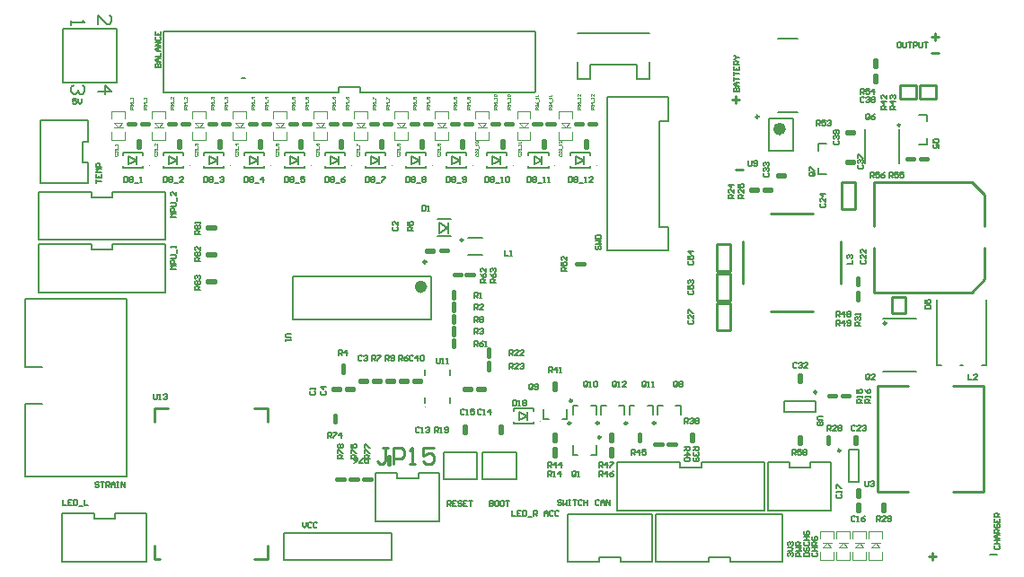
<source format=gto>
G04*
G04 #@! TF.GenerationSoftware,Altium Limited,Altium Designer,18.1.1 (9)*
G04*
G04 Layer_Color=65535*
%FSAX25Y25*%
%MOIN*%
G70*
G01*
G75*
%ADD10C,0.00984*%
%ADD11C,0.00394*%
%ADD12C,0.02362*%
%ADD13C,0.01000*%
%ADD14C,0.00799*%
%ADD15C,0.00800*%
%ADD16C,0.00787*%
%ADD17C,0.00500*%
%ADD18C,0.00300*%
D10*
X0848492Y0627500D02*
G03*
X0848492Y0627500I-0000492J0000000D01*
G01*
X0691429Y0658433D02*
G03*
X0691429Y0658433I-0000492J0000000D01*
G01*
X0742602Y0585153D02*
G03*
X0742602Y0585153I-0000492J0000000D01*
G01*
X0731921Y0598654D02*
G03*
X0731921Y0598654I-0000492J0000000D01*
G01*
X0822701Y0601913D02*
G03*
X0822701Y0601913I-0000492J0000000D01*
G01*
X0731382Y0590346D02*
G03*
X0731382Y0590346I-0000492J0000000D01*
G01*
X0741882D02*
G03*
X0741882Y0590346I-0000492J0000000D01*
G01*
X0752382D02*
G03*
X0752382Y0590346I-0000492J0000000D01*
G01*
X0762882D02*
G03*
X0762882Y0590346I-0000492J0000000D01*
G01*
X0677819Y0650287D02*
G03*
X0677819Y0650287I-0000492J0000000D01*
G01*
X0831579Y0580209D02*
G03*
X0831579Y0580209I-0000492J0000000D01*
G01*
X0801134Y0704193D02*
G03*
X0801134Y0704193I-0000492J0000000D01*
G01*
X0853693Y0701174D02*
G03*
X0853693Y0701174I-0000394J0000000D01*
G01*
D11*
X0677520Y0596315D02*
G03*
X0677520Y0596315I-0000197J0000000D01*
G01*
X0720102Y0591032D02*
G03*
X0720102Y0591032I-0000197J0000000D01*
G01*
X0575102Y0686031D02*
G03*
X0575102Y0686031I-0000197J0000000D01*
G01*
X0741102D02*
G03*
X0741102Y0686031I-0000197J0000000D01*
G01*
X0725602D02*
G03*
X0725602Y0686031I-0000197J0000000D01*
G01*
X0710102D02*
G03*
X0710102Y0686031I-0000197J0000000D01*
G01*
X0695102D02*
G03*
X0695102Y0686031I-0000197J0000000D01*
G01*
X0680102D02*
G03*
X0680102Y0686031I-0000197J0000000D01*
G01*
X0665102D02*
G03*
X0665102Y0686031I-0000197J0000000D01*
G01*
X0650102D02*
G03*
X0650102Y0686031I-0000197J0000000D01*
G01*
X0635102D02*
G03*
X0635102Y0686031I-0000197J0000000D01*
G01*
X0620102D02*
G03*
X0620102Y0686031I-0000197J0000000D01*
G01*
X0605102D02*
G03*
X0605102Y0686031I-0000197J0000000D01*
G01*
X0590102D02*
G03*
X0590102Y0686031I-0000197J0000000D01*
G01*
X0824925Y0544213D02*
X0828075Y0544213D01*
X0826500Y0545806D02*
X0828094Y0544213D01*
X0824906Y0544213D02*
X0826500Y0545806D01*
X0824827D02*
X0828173Y0545806D01*
X0824138Y0550315D02*
X0828862D01*
Y0539685D02*
X0828862Y0542539D01*
X0824138Y0539685D02*
X0828862D01*
X0824138D02*
Y0542539D01*
X0824138Y0550315D02*
X0824138Y0547461D01*
X0828862D02*
X0828862Y0550315D01*
X0836925Y0544213D02*
X0840075Y0544213D01*
X0838500Y0545806D02*
X0840094Y0544213D01*
X0836906D02*
X0838500Y0545806D01*
X0836827Y0545806D02*
X0840173Y0545806D01*
X0836138Y0550315D02*
X0840862D01*
X0840862Y0542539D02*
X0840862Y0539685D01*
X0836138D02*
X0840862D01*
X0836138D02*
X0836138Y0542539D01*
X0836138Y0550315D02*
X0836138Y0547461D01*
X0840862D02*
X0840862Y0550315D01*
X0842925Y0544213D02*
X0846075D01*
X0844500Y0545806D02*
X0846094Y0544213D01*
X0842906Y0544213D02*
X0844500Y0545806D01*
X0842827Y0545806D02*
X0846173Y0545806D01*
X0842138Y0550315D02*
X0846862D01*
Y0539685D02*
Y0542539D01*
X0842138Y0539685D02*
X0846862Y0539685D01*
X0842138Y0539685D02*
Y0542539D01*
X0842138Y0550315D02*
X0842138Y0547461D01*
X0846862D02*
X0846862Y0550315D01*
X0830925Y0544213D02*
X0834075D01*
X0832500Y0545806D02*
X0834094Y0544213D01*
X0830906Y0544213D02*
X0832500Y0545806D01*
X0830827D02*
X0834173Y0545806D01*
X0830138Y0550315D02*
X0834862Y0550315D01*
X0834862Y0542539D02*
X0834862Y0539685D01*
X0830138Y0539685D02*
X0834862Y0539685D01*
X0830138Y0539685D02*
X0830138Y0542539D01*
X0830138Y0550315D02*
X0830138Y0547461D01*
X0834862Y0547461D02*
Y0550315D01*
X0561925Y0701787D02*
X0565075D01*
X0561906D02*
X0563500Y0700194D01*
X0565094Y0701787D01*
X0561827Y0700194D02*
X0565173D01*
X0561138Y0695685D02*
X0565862D01*
X0561138Y0703461D02*
Y0706315D01*
X0565862D01*
Y0703461D02*
Y0706315D01*
Y0695685D02*
Y0698539D01*
X0561138Y0695685D02*
Y0698539D01*
X0576925Y0701787D02*
X0580075D01*
X0576906D02*
X0578500Y0700194D01*
X0580094Y0701787D01*
X0576827Y0700194D02*
X0580173D01*
X0576138Y0695685D02*
X0580862D01*
X0576138Y0703461D02*
Y0706315D01*
X0580862D01*
Y0703461D02*
Y0706315D01*
Y0695685D02*
Y0698539D01*
X0576138Y0695685D02*
Y0698539D01*
X0591925Y0701787D02*
X0595075D01*
X0591906D02*
X0593500Y0700194D01*
X0595094Y0701787D01*
X0591827Y0700194D02*
X0595173D01*
X0591138Y0695685D02*
X0595862D01*
X0591138Y0703461D02*
Y0706315D01*
X0595862D01*
Y0703461D02*
Y0706315D01*
Y0695685D02*
Y0698539D01*
X0591138Y0695685D02*
Y0698539D01*
X0606925Y0701787D02*
X0610075D01*
X0606906D02*
X0608500Y0700194D01*
X0610094Y0701787D01*
X0606827Y0700194D02*
X0610173D01*
X0606138Y0695685D02*
X0610862D01*
X0606138Y0703461D02*
Y0706315D01*
X0610862D01*
Y0703461D02*
Y0706315D01*
Y0695685D02*
Y0698539D01*
X0606138Y0695685D02*
Y0698539D01*
X0621925Y0701787D02*
X0625075D01*
X0621906D02*
X0623500Y0700194D01*
X0625094Y0701787D01*
X0621827Y0700194D02*
X0625173D01*
X0621138Y0695685D02*
X0625862D01*
X0621138Y0703461D02*
Y0706315D01*
X0625862D01*
Y0703461D02*
Y0706315D01*
Y0695685D02*
Y0698539D01*
X0621138Y0695685D02*
Y0698539D01*
X0636925Y0701787D02*
X0640075D01*
X0636906D02*
X0638500Y0700194D01*
X0640094Y0701787D01*
X0636827Y0700194D02*
X0640173D01*
X0636138Y0695685D02*
X0640862D01*
X0636138Y0703461D02*
Y0706315D01*
X0640862D01*
Y0703461D02*
Y0706315D01*
Y0695685D02*
Y0698539D01*
X0636138Y0695685D02*
Y0698539D01*
X0651925Y0701787D02*
X0655075D01*
X0651906D02*
X0653500Y0700194D01*
X0655094Y0701787D01*
X0651827Y0700194D02*
X0655173D01*
X0651138Y0695685D02*
X0655862D01*
X0651138Y0703461D02*
Y0706315D01*
X0655862D01*
Y0703461D02*
Y0706315D01*
Y0695685D02*
Y0698539D01*
X0651138Y0695685D02*
Y0698539D01*
X0666925Y0701787D02*
X0670075D01*
X0666906D02*
X0668500Y0700194D01*
X0670094Y0701787D01*
X0666827Y0700194D02*
X0670173D01*
X0666138Y0695685D02*
X0670862D01*
X0666138Y0703461D02*
Y0706315D01*
X0670862D01*
Y0703461D02*
Y0706315D01*
Y0695685D02*
Y0698539D01*
X0666138Y0695685D02*
Y0698539D01*
X0681925Y0701787D02*
X0685075D01*
X0681906D02*
X0683500Y0700194D01*
X0685094Y0701787D01*
X0681827Y0700194D02*
X0685173D01*
X0681138Y0695685D02*
X0685862D01*
X0681138Y0703461D02*
Y0706315D01*
X0685862D01*
Y0703461D02*
Y0706315D01*
Y0695685D02*
Y0698539D01*
X0681138Y0695685D02*
Y0698539D01*
X0696925Y0701787D02*
X0700075D01*
X0696906D02*
X0698500Y0700194D01*
X0700094Y0701787D01*
X0696827Y0700194D02*
X0700173D01*
X0696138Y0695685D02*
X0700862D01*
X0696138Y0703461D02*
Y0706315D01*
X0700862D01*
Y0703461D02*
Y0706315D01*
Y0695685D02*
Y0698539D01*
X0696138Y0695685D02*
Y0698539D01*
X0712425Y0701787D02*
X0715575D01*
X0712406D02*
X0714000Y0700194D01*
X0715594Y0701787D01*
X0712327Y0700194D02*
X0715673D01*
X0711638Y0695685D02*
X0716362D01*
X0711638Y0703461D02*
Y0706315D01*
X0716362D01*
Y0703461D02*
Y0706315D01*
Y0695685D02*
Y0698539D01*
X0711638Y0695685D02*
Y0698539D01*
X0727925Y0701787D02*
X0731075D01*
X0727906D02*
X0729500Y0700194D01*
X0731094Y0701787D01*
X0727827Y0700194D02*
X0731173D01*
X0727138Y0695685D02*
X0731862D01*
X0727138Y0703461D02*
Y0706315D01*
X0731862D01*
Y0703461D02*
Y0706315D01*
Y0695685D02*
Y0698539D01*
X0727138Y0695685D02*
Y0698539D01*
D12*
X0677032Y0641035D02*
G03*
X0677032Y0641035I-0001181J0000000D01*
G01*
X0810091Y0699665D02*
G03*
X0810091Y0699665I-0001181J0000000D01*
G01*
D13*
X0654425Y0569106D02*
X0657575Y0569106D01*
X0654425Y0569894D02*
X0657575Y0569894D01*
Y0569106D02*
Y0569894D01*
X0654425Y0569106D02*
Y0569894D01*
X0664394Y0574925D02*
X0664394Y0578075D01*
X0663606Y0574925D02*
Y0578075D01*
X0664394D01*
X0663606Y0574925D02*
X0664394D01*
X0860925Y0688106D02*
Y0688894D01*
X0864075Y0688106D02*
Y0688894D01*
X0860925Y0688894D02*
X0864075Y0688894D01*
X0860925Y0688106D02*
X0864075D01*
X0732925Y0701106D02*
Y0701894D01*
X0736075Y0701106D02*
Y0701894D01*
X0732925D02*
X0736075D01*
X0732925Y0701106D02*
X0736075D01*
X0717425D02*
Y0701894D01*
X0720575Y0701106D02*
Y0701894D01*
X0717425D02*
X0720575D01*
X0717425Y0701106D02*
X0720575D01*
X0701925D02*
Y0701894D01*
X0705075Y0701106D02*
Y0701894D01*
X0701925D02*
X0705075D01*
X0701925Y0701106D02*
X0705075D01*
X0686925D02*
Y0701894D01*
X0690075Y0701106D02*
Y0701894D01*
X0686925D02*
X0690075D01*
X0686925Y0701106D02*
X0690075D01*
X0671925D02*
Y0701894D01*
X0675075Y0701106D02*
Y0701894D01*
X0671925D02*
X0675075D01*
X0671925Y0701106D02*
X0675075D01*
X0656925D02*
Y0701894D01*
X0660075Y0701106D02*
Y0701894D01*
X0656925D02*
X0660075D01*
X0656925Y0701106D02*
X0660075D01*
X0641925D02*
Y0701894D01*
X0645075Y0701106D02*
Y0701894D01*
X0641925D02*
X0645075D01*
X0641925Y0701106D02*
X0645075D01*
X0626925D02*
Y0701894D01*
X0630075Y0701106D02*
Y0701894D01*
X0626925D02*
X0630075D01*
X0626925Y0701106D02*
X0630075D01*
X0611925D02*
Y0701894D01*
X0615075Y0701106D02*
Y0701894D01*
X0611925D02*
X0615075D01*
X0611925Y0701106D02*
X0615075D01*
X0596925D02*
Y0701894D01*
X0600075Y0701106D02*
Y0701894D01*
X0596925D02*
X0600075D01*
X0596925Y0701106D02*
X0600075D01*
X0581925D02*
Y0701894D01*
X0585075Y0701106D02*
Y0701894D01*
X0581925D02*
X0585075D01*
X0581925Y0701106D02*
X0585075D01*
X0566925D02*
Y0701894D01*
X0570075Y0701106D02*
Y0701894D01*
X0566925D02*
X0570075D01*
X0566925Y0701106D02*
X0570075D01*
X0741075D02*
Y0701894D01*
X0737925Y0701106D02*
Y0701894D01*
Y0701106D02*
X0741075D01*
X0737925Y0701894D02*
X0741075D01*
X0725575Y0701106D02*
Y0701894D01*
X0722425Y0701106D02*
Y0701894D01*
Y0701106D02*
X0725575D01*
X0722425Y0701894D02*
X0725575D01*
X0710075Y0701106D02*
Y0701894D01*
X0706925Y0701106D02*
Y0701894D01*
Y0701106D02*
X0710075D01*
X0706925Y0701894D02*
X0710075D01*
X0695075Y0701106D02*
Y0701894D01*
X0691925Y0701106D02*
Y0701894D01*
Y0701106D02*
X0695075D01*
X0691925Y0701894D02*
X0695075D01*
X0680075Y0701106D02*
Y0701894D01*
X0676925Y0701106D02*
Y0701894D01*
Y0701106D02*
X0680075D01*
X0676925Y0701894D02*
X0680075D01*
X0665075Y0701106D02*
Y0701894D01*
X0661925Y0701106D02*
Y0701894D01*
Y0701106D02*
X0665075D01*
X0661925Y0701894D02*
X0665075D01*
X0650075Y0701106D02*
Y0701894D01*
X0646925Y0701106D02*
Y0701894D01*
Y0701106D02*
X0650075D01*
X0646925Y0701894D02*
X0650075D01*
X0635075Y0701106D02*
Y0701894D01*
X0631925Y0701106D02*
Y0701894D01*
Y0701106D02*
X0635075D01*
X0631925Y0701894D02*
X0635075D01*
X0620075Y0701106D02*
Y0701894D01*
X0616925Y0701106D02*
Y0701894D01*
Y0701106D02*
X0620075D01*
X0616925Y0701894D02*
X0620075D01*
X0605075Y0701106D02*
Y0701894D01*
X0601925Y0701106D02*
Y0701894D01*
Y0701106D02*
X0605075D01*
X0601925Y0701894D02*
X0605075D01*
X0590075Y0701106D02*
Y0701894D01*
X0586925Y0701106D02*
Y0701894D01*
Y0701106D02*
X0590075D01*
X0586925Y0701894D02*
X0590075D01*
X0575075Y0701106D02*
Y0701894D01*
X0571925Y0701106D02*
Y0701894D01*
Y0701106D02*
X0575075D01*
X0571925Y0701894D02*
X0575075D01*
X0736500Y0692500D02*
X0737500D01*
X0736500Y0695500D02*
X0737500D01*
Y0692500D02*
Y0695500D01*
X0736500Y0692500D02*
Y0695500D01*
X0721000Y0692500D02*
X0722000D01*
X0721000Y0695500D02*
X0722000D01*
Y0692500D02*
Y0695500D01*
X0721000Y0692500D02*
Y0695500D01*
X0705500Y0692500D02*
X0706500D01*
X0705500Y0695500D02*
X0706500D01*
Y0692500D02*
Y0695500D01*
X0705500Y0692500D02*
Y0695500D01*
X0690500Y0692500D02*
X0691500D01*
X0690500Y0695500D02*
X0691500D01*
Y0692500D02*
Y0695500D01*
X0690500Y0692500D02*
Y0695500D01*
X0675500Y0692500D02*
X0676500D01*
X0675500Y0695500D02*
X0676500D01*
Y0692500D02*
Y0695500D01*
X0675500Y0692500D02*
Y0695500D01*
X0660500Y0692500D02*
X0661500D01*
X0660500Y0695500D02*
X0661500D01*
Y0692500D02*
Y0695500D01*
X0660500Y0692500D02*
Y0695500D01*
X0645500Y0692500D02*
X0646500D01*
X0645500Y0695500D02*
X0646500D01*
Y0692500D02*
Y0695500D01*
X0645500Y0692500D02*
Y0695500D01*
X0630500Y0692500D02*
X0631500D01*
X0630500Y0695500D02*
X0631500D01*
Y0692500D02*
Y0695500D01*
X0630500Y0692500D02*
Y0695500D01*
X0615500Y0692500D02*
X0616500D01*
X0615500Y0695500D02*
X0616500D01*
Y0692500D02*
Y0695500D01*
X0615500Y0692500D02*
Y0695500D01*
X0600500Y0692500D02*
X0601500D01*
X0600500Y0695500D02*
X0601500D01*
Y0692500D02*
Y0695500D01*
X0600500Y0692500D02*
Y0695500D01*
X0585500Y0692500D02*
X0586500D01*
X0585500Y0695500D02*
X0586500D01*
Y0692500D02*
Y0695500D01*
X0585500Y0692500D02*
Y0695500D01*
X0570500Y0692500D02*
X0571500D01*
X0570500Y0695500D02*
X0571500D01*
Y0692500D02*
Y0695500D01*
X0570500Y0692500D02*
Y0695500D01*
X0680500Y0654000D02*
Y0655000D01*
X0677500Y0654000D02*
Y0655000D01*
X0680500D01*
X0677500Y0654000D02*
X0680500D01*
X0686075Y0654106D02*
Y0654894D01*
X0682925Y0654106D02*
Y0654894D01*
Y0654106D02*
X0686075D01*
X0682925Y0654894D02*
X0686075D01*
X0647575Y0569106D02*
Y0569894D01*
X0644425Y0569106D02*
Y0569894D01*
Y0569106D02*
X0647575D01*
X0644425Y0569894D02*
X0647575Y0569894D01*
X0652575Y0569106D02*
X0652575Y0569894D01*
X0649425Y0569106D02*
Y0569894D01*
Y0569106D02*
X0652575Y0569106D01*
X0649425Y0569894D02*
X0652575D01*
X0785500Y0646000D02*
X0790500D01*
X0785500Y0636000D02*
X0790500D01*
Y0646000D01*
X0785500Y0636000D02*
Y0646000D01*
X0687606Y0636425D02*
X0688394D01*
X0687606Y0639575D02*
X0688394D01*
X0687606Y0636425D02*
Y0639575D01*
X0688394Y0636425D02*
X0688394Y0639575D01*
X0691500Y0589500D02*
X0692500D01*
X0691500Y0586500D02*
X0692500D01*
X0691500D02*
Y0589500D01*
X0692500Y0586500D02*
Y0589500D01*
X0705106Y0589575D02*
X0705894D01*
X0705106Y0586425D02*
X0705894D01*
Y0589575D01*
X0705106Y0586425D02*
Y0589575D01*
X0696500Y0602500D02*
X0699500D01*
X0696500Y0603500D02*
X0699500D01*
X0696500Y0602500D02*
Y0603500D01*
X0699500Y0602500D02*
Y0603500D01*
X0661075Y0605606D02*
Y0606394D01*
X0657925Y0605606D02*
Y0606394D01*
Y0605606D02*
X0661075D01*
X0657925Y0606394D02*
X0661075D01*
X0673000Y0606500D02*
X0676000D01*
X0673000Y0605500D02*
X0676000D01*
Y0606500D01*
X0673000Y0605500D02*
Y0606500D01*
X0646000Y0602500D02*
Y0603500D01*
X0643000Y0602500D02*
Y0603500D01*
X0646000D01*
X0643000Y0602500D02*
X0646000D01*
X0599575Y0662606D02*
Y0663394D01*
X0596425Y0662606D02*
Y0663394D01*
Y0662606D02*
X0599575D01*
X0596425Y0663394D02*
X0599575D01*
Y0652606D02*
Y0653394D01*
X0596425Y0652606D02*
Y0653394D01*
Y0652606D02*
X0599575D01*
X0596425Y0653394D02*
X0599575D01*
Y0642606D02*
Y0643394D01*
X0596425Y0642606D02*
Y0643394D01*
Y0642606D02*
X0599575D01*
X0596425Y0643394D02*
X0599575D01*
X0733425Y0649106D02*
X0736575D01*
X0733425Y0649894D02*
X0736575D01*
Y0649106D02*
Y0649894D01*
X0733425Y0649106D02*
Y0649894D01*
X0614000Y0540000D02*
X0619000D01*
Y0545000D01*
X0577000Y0591000D02*
Y0596000D01*
X0582000D01*
X0614000D02*
X0619000D01*
Y0591000D02*
Y0596000D01*
X0577000Y0540000D02*
X0579000D01*
X0577000D02*
Y0545000D01*
X0687925Y0645106D02*
X0691075D01*
X0687925Y0645894D02*
X0691075Y0645894D01*
Y0645106D02*
Y0645894D01*
X0687925Y0645106D02*
Y0645894D01*
X0692425Y0645106D02*
X0695575D01*
X0692425Y0645894D02*
X0695575D01*
Y0645106D02*
Y0645894D01*
X0692425Y0645106D02*
Y0645894D01*
X0643606Y0593575D02*
X0643606Y0590425D01*
X0644394Y0590425D02*
Y0593575D01*
X0643606Y0590425D02*
X0644394Y0590425D01*
X0643606Y0593575D02*
X0644394D01*
X0700606Y0609925D02*
X0701394D01*
X0700606Y0613075D02*
X0701394D01*
X0700606Y0609925D02*
Y0613075D01*
X0701394Y0609925D02*
Y0613075D01*
X0700606Y0618075D02*
X0701394D01*
X0700606Y0614925D02*
X0701394D01*
Y0618075D01*
X0700606Y0614925D02*
Y0618075D01*
X0694500Y0602500D02*
Y0603500D01*
X0691500Y0602500D02*
Y0603500D01*
X0694500D01*
X0691500Y0602500D02*
X0694500D01*
X0687606Y0621575D02*
X0688394D01*
X0687606Y0618425D02*
X0688394D01*
X0688394Y0621575D02*
X0688394Y0618425D01*
X0687606D02*
Y0621575D01*
X0816106Y0585575D02*
X0816894D01*
X0816106Y0582425D02*
X0816894D01*
Y0585575D01*
X0816106Y0582425D02*
Y0585575D01*
X0816000Y0605500D02*
X0817000D01*
X0816000Y0608500D02*
X0817000D01*
Y0605500D02*
Y0608500D01*
X0816000Y0605500D02*
Y0608500D01*
X0756606Y0583425D02*
X0757394D01*
X0756606Y0586575D02*
X0757394D01*
X0756606Y0583425D02*
Y0586575D01*
X0757394Y0583425D02*
Y0586575D01*
X0725106Y0577925D02*
X0725894D01*
X0725106Y0581075D02*
X0725894D01*
X0725106Y0577925D02*
Y0581075D01*
X0725894Y0577925D02*
X0725894Y0581075D01*
X0725106Y0602425D02*
X0725894D01*
X0725106Y0605575D02*
X0725894D01*
X0725106Y0602425D02*
X0725106Y0605575D01*
X0725894Y0602425D02*
Y0605575D01*
X0725106Y0583425D02*
X0725894D01*
X0725106Y0586575D02*
X0725894D01*
X0725106Y0583425D02*
Y0586575D01*
X0725894Y0583425D02*
Y0586575D01*
X0746106Y0581075D02*
X0746894D01*
X0746106Y0577925D02*
X0746894D01*
Y0581075D01*
X0746106Y0577925D02*
Y0581075D01*
X0746106Y0583425D02*
X0746894D01*
X0746106Y0586575D02*
X0746894D01*
X0746106Y0583425D02*
Y0586575D01*
X0746894Y0583425D02*
Y0586575D01*
X0767425Y0582106D02*
Y0582894D01*
X0770575Y0582106D02*
Y0582894D01*
X0767425D02*
X0770575D01*
X0767425Y0582106D02*
X0770575D01*
X0765575Y0582106D02*
Y0582894D01*
X0762425Y0582106D02*
Y0582894D01*
Y0582106D02*
X0765575D01*
X0762425Y0582894D02*
X0765575D01*
X0776106Y0586575D02*
X0776894D01*
X0776106Y0583425D02*
X0776894D01*
Y0586575D01*
X0776106Y0583425D02*
Y0586575D01*
X0847106Y0560575D02*
X0847894D01*
X0847106Y0557425D02*
X0847894D01*
Y0560575D01*
X0847106Y0557425D02*
Y0560575D01*
X0832000Y0670000D02*
X0837000D01*
X0832000Y0680000D02*
X0837000D01*
X0832000Y0670000D02*
Y0680000D01*
X0837000Y0670000D02*
Y0680000D01*
X0850500Y0631100D02*
X0855500D01*
X0850500Y0637100D02*
X0855500D01*
X0850500Y0631100D02*
Y0637100D01*
X0855500Y0631100D02*
Y0637100D01*
X0853500Y0711000D02*
X0859500D01*
X0853500Y0716000D02*
X0859500D01*
Y0711000D02*
Y0716000D01*
X0853500Y0711000D02*
Y0716000D01*
X0844028Y0639028D02*
X0880248D01*
X0884972Y0643752D01*
X0844028Y0679972D02*
X0880248D01*
X0884972Y0675248D01*
X0844028Y0663437D02*
Y0679972D01*
X0884972Y0663437D02*
Y0675248D01*
Y0643752D02*
Y0655563D01*
X0844028Y0639028D02*
Y0655563D01*
X0845315Y0564815D02*
X0856732D01*
X0873268D02*
X0884685D01*
Y0604185D01*
X0873268D02*
X0884685D01*
X0845315Y0564815D02*
Y0604185D01*
X0856732D01*
X0861000Y0711000D02*
X0867000D01*
X0861000Y0716000D02*
X0867000D01*
Y0711000D02*
Y0716000D01*
X0861000Y0711000D02*
Y0716000D01*
X0785500Y0657000D02*
X0790500D01*
X0785500Y0647000D02*
X0790500D01*
Y0657000D01*
X0785500Y0647000D02*
Y0657000D01*
X0805626Y0631890D02*
X0821374D01*
X0805626Y0668110D02*
X0821374D01*
X0831610Y0642126D02*
Y0657874D01*
X0795390Y0642126D02*
Y0657874D01*
X0687606Y0627425D02*
X0688394D01*
X0687606Y0630575D02*
X0688394D01*
X0687606Y0627425D02*
Y0630575D01*
X0688394Y0627425D02*
Y0630575D01*
X0646606Y0612075D02*
X0647394D01*
X0646606Y0608925D02*
X0647394D01*
Y0612075D01*
X0646606Y0608925D02*
Y0612075D01*
X0831925Y0600106D02*
Y0600894D01*
X0835075Y0600106D02*
Y0600894D01*
X0831925D02*
X0835075D01*
X0831925Y0600106D02*
X0835075D01*
X0826925D02*
Y0600894D01*
X0830075Y0600106D02*
Y0600894D01*
X0826925D02*
X0830075D01*
X0826925Y0600106D02*
X0830075D01*
X0837606Y0644575D02*
X0838394D01*
X0837606Y0641425D02*
X0838394D01*
Y0644575D01*
X0837606Y0641425D02*
Y0644575D01*
Y0635925D02*
X0838394D01*
X0837606Y0639075D02*
X0838394D01*
X0837606Y0635925D02*
Y0639075D01*
X0838394Y0635925D02*
Y0639075D01*
X0785500Y0625000D02*
Y0635000D01*
X0790500Y0625000D02*
Y0635000D01*
X0785500Y0625000D02*
X0790500D01*
X0785500Y0635000D02*
X0790500D01*
X0833500Y0687000D02*
X0836500D01*
X0833500Y0688000D02*
X0836500D01*
X0833500Y0687000D02*
Y0688000D01*
X0836500Y0687000D02*
Y0688000D01*
X0855925Y0688106D02*
X0859075D01*
X0855925Y0688894D02*
X0859075D01*
Y0688106D02*
Y0688894D01*
X0855925Y0688106D02*
Y0688894D01*
X0844106Y0722425D02*
Y0725575D01*
X0844894Y0722425D02*
Y0725575D01*
X0844106Y0722425D02*
X0844894D01*
X0844106Y0725575D02*
X0844894D01*
X0827394Y0582425D02*
Y0585575D01*
X0826606Y0582425D02*
Y0585575D01*
X0827394D01*
X0826606Y0582425D02*
X0827394D01*
X0802925Y0677394D02*
X0806075D01*
X0802925Y0676606D02*
X0806075D01*
X0802925D02*
Y0677394D01*
X0806075Y0676606D02*
Y0677394D01*
X0797925Y0677394D02*
X0801075D01*
X0797925Y0676606D02*
X0801075D01*
X0797925D02*
Y0677394D01*
X0801075Y0676606D02*
Y0677394D01*
X0662925Y0606394D02*
X0666075D01*
X0662925Y0605606D02*
X0666075D01*
X0662925D02*
Y0606394D01*
X0666075Y0605606D02*
Y0606394D01*
X0667925D02*
X0671075D01*
X0667925Y0605606D02*
X0671075D01*
X0667925D02*
Y0606394D01*
X0671075Y0605606D02*
Y0606394D01*
X0688394Y0622925D02*
X0688394Y0626075D01*
X0687606Y0622925D02*
Y0626075D01*
X0688394D01*
X0687606Y0622925D02*
X0688394D01*
Y0631925D02*
Y0635075D01*
X0687606Y0631925D02*
X0687606Y0635075D01*
X0688394D01*
X0687606Y0631925D02*
X0688394D01*
X0833500Y0699000D02*
X0836500D01*
X0833500Y0698000D02*
X0836500D01*
Y0699000D01*
X0833500Y0698000D02*
Y0699000D01*
X0844000Y0717000D02*
Y0720000D01*
X0845000Y0717000D02*
Y0720000D01*
X0844000D02*
X0845000D01*
X0844000Y0717000D02*
X0845000D01*
X0808000Y0683000D02*
X0811000D01*
X0808000Y0682000D02*
X0811000D01*
Y0683000D01*
X0808000Y0682000D02*
Y0683000D01*
X0837500Y0582500D02*
Y0585500D01*
X0836500Y0582500D02*
Y0585500D01*
Y0582500D02*
X0837500D01*
X0836500Y0585500D02*
X0837500D01*
X0648000Y0602500D02*
X0651000D01*
X0648000Y0603500D02*
X0651000D01*
X0648000Y0602500D02*
Y0603500D01*
X0651000Y0602500D02*
Y0603500D01*
X0653000Y0605500D02*
X0656000D01*
X0653000Y0606500D02*
X0656000D01*
X0653000Y0605500D02*
Y0606500D01*
X0656000Y0605500D02*
Y0606500D01*
X0837500Y0563000D02*
X0838500D01*
X0837500Y0566000D02*
X0838500D01*
Y0563000D02*
Y0566000D01*
X0837500Y0563000D02*
Y0566000D01*
X0837500Y0557500D02*
X0838500D01*
X0837500Y0560500D02*
X0838500D01*
Y0557500D02*
Y0560500D01*
X0837500Y0557500D02*
Y0560500D01*
X0868000Y0728001D02*
X0865334D01*
X0792500Y0684499D02*
X0795166D01*
X0865501Y0539500D02*
Y0542166D01*
X0864168Y0540833D02*
X0866833D01*
X0794000Y0710501D02*
X0791334D01*
X0792667Y0709168D02*
Y0711834D01*
X0868000Y0734001D02*
X0865334D01*
X0866667Y0732668D02*
Y0735334D01*
X0663699Y0581198D02*
X0661699D01*
X0662699D01*
Y0576200D01*
X0661699Y0575200D01*
X0660700D01*
X0659700Y0576200D01*
X0665698Y0575200D02*
Y0581198D01*
X0668697D01*
X0669697Y0580198D01*
Y0578199D01*
X0668697Y0577199D01*
X0665698D01*
X0671696Y0575200D02*
X0673696D01*
X0672696D01*
Y0581198D01*
X0671696Y0580198D01*
X0680693Y0581198D02*
X0676694D01*
Y0578199D01*
X0678694Y0579199D01*
X0679694D01*
X0680693Y0578199D01*
Y0576200D01*
X0679694Y0575200D01*
X0677694D01*
X0676694Y0576200D01*
D14*
X0674874Y0571784D02*
X0682551D01*
X0730449Y0538716D02*
X0742063D01*
X0562437Y0556784D02*
X0574051D01*
X0820437Y0575784D02*
X0828114D01*
X0552284Y0679449D02*
Y0687126D01*
D15*
X0682551Y0554000D02*
Y0571784D01*
X0659126Y0554000D02*
X0682551D01*
X0659126Y0571784D02*
X0667000D01*
Y0569816D02*
X0674874D01*
X0667000D02*
Y0571784D01*
X0674874Y0569816D02*
Y0571784D01*
X0659126Y0554000D02*
Y0571784D01*
X0529110Y0636571D02*
X0566512D01*
Y0570429D02*
Y0636571D01*
X0529110Y0570429D02*
X0566512D01*
X0529110Y0611374D02*
Y0636571D01*
Y0570429D02*
Y0597594D01*
Y0611374D02*
X0535409D01*
X0529110Y0597594D02*
X0535409D01*
X0744902Y0711543D02*
X0767736D01*
X0764193Y0663315D02*
Y0702685D01*
X0767736D01*
X0764193Y0663315D02*
X0767736D01*
X0744902Y0654457D02*
X0767736D01*
X0744902D02*
Y0711543D01*
X0730449Y0538716D02*
Y0556500D01*
X0761748Y0556500D01*
X0749937Y0538716D02*
X0761748D01*
X0742063Y0540684D02*
X0749937D01*
Y0538716D02*
Y0540684D01*
X0742063D02*
X0742063Y0538716D01*
X0761748Y0538716D02*
Y0556500D01*
X0803362Y0558000D02*
Y0575784D01*
X0748835Y0558000D02*
X0803362D01*
X0772000Y0573816D02*
X0779937D01*
X0772000D02*
Y0575784D01*
X0779937Y0573816D02*
Y0575784D01*
X0748638Y0558000D02*
Y0575784D01*
X0763075Y0538716D02*
Y0556500D01*
X0810000D01*
X0790500Y0538716D02*
X0810000D01*
X0763075D02*
X0782563D01*
Y0540684D02*
X0790500D01*
Y0538716D02*
Y0540684D01*
X0782563Y0538716D02*
Y0540684D01*
X0810000Y0538716D02*
Y0556500D01*
X0580925Y0639000D02*
Y0656784D01*
X0534000Y0639000D02*
X0580925D01*
X0534000Y0656784D02*
X0553500D01*
X0561437Y0656784D02*
X0580925D01*
X0553500Y0654816D02*
X0561437D01*
X0553500D02*
Y0656784D01*
X0561437Y0656784D02*
X0561437Y0654816D01*
X0534000Y0639000D02*
Y0656784D01*
X0863800Y0702650D02*
Y0705012D01*
X0860606D02*
X0863800D01*
Y0693900D02*
Y0696300D01*
X0860606Y0693900D02*
X0863800D01*
X0823200Y0682988D02*
Y0685350D01*
Y0682988D02*
X0826394D01*
X0823200Y0691700D02*
Y0694100D01*
X0826394D01*
X0645323Y0713216D02*
Y0715184D01*
X0653260Y0713216D02*
Y0715184D01*
X0645323D02*
X0653260D01*
X0580417Y0713248D02*
Y0735886D01*
Y0713248D02*
X0645260D01*
X0580417Y0735886D02*
X0718213D01*
X0653260Y0713248D02*
X0718016D01*
X0718213Y0713445D01*
Y0735492D01*
X0760638Y0718200D02*
Y0724500D01*
X0755913Y0718200D02*
X0760638D01*
X0733852D02*
X0738552D01*
X0733852D02*
Y0724500D01*
Y0735209D02*
X0760638D01*
X0755913Y0718200D02*
Y0723700D01*
X0738552D02*
X0755913D01*
X0738552Y0718200D02*
Y0723700D01*
X0580925Y0658500D02*
X0580925Y0676284D01*
X0534000Y0658500D02*
X0580925D01*
X0534000Y0676284D02*
X0553500D01*
X0561437D02*
X0580925Y0676284D01*
X0553500Y0674316D02*
X0561437Y0674316D01*
X0553500Y0674316D02*
Y0676284D01*
X0561437Y0674316D02*
X0561437Y0676284D01*
X0534000Y0658500D02*
Y0676284D01*
X0574051Y0539000D02*
Y0556784D01*
X0542752Y0539000D02*
X0574051D01*
X0542752Y0556784D02*
X0554563Y0556784D01*
Y0554816D02*
X0562437D01*
X0554563D02*
Y0556784D01*
X0562437Y0554816D02*
Y0556784D01*
X0542752Y0539000D02*
X0542752Y0556784D01*
X0804689Y0558000D02*
Y0575784D01*
X0820437Y0573816D02*
Y0575784D01*
X0812563Y0573816D02*
Y0575784D01*
Y0573816D02*
X0820437D01*
X0804689Y0575784D02*
X0812563D01*
X0804689Y0558000D02*
X0828114D01*
Y0575784D01*
X0534500Y0679449D02*
X0552284Y0679449D01*
X0534500Y0679449D02*
Y0702874D01*
X0552284Y0695000D02*
X0552284Y0702874D01*
X0550316Y0687126D02*
Y0695000D01*
X0552284Y0695000D01*
X0550316Y0687126D02*
X0552284Y0687126D01*
X0534500Y0702874D02*
X0552284D01*
X0546000Y0740000D02*
Y0738334D01*
Y0739167D01*
X0550998D01*
X0550165Y0740000D01*
X0556000Y0738668D02*
Y0742000D01*
X0559332Y0738668D01*
X0560165D01*
X0560998Y0739501D01*
Y0741167D01*
X0560165Y0742000D01*
X0556000Y0713501D02*
X0560998D01*
X0558499Y0716000D01*
Y0712668D01*
X0550165Y0716000D02*
X0550998Y0715167D01*
Y0713501D01*
X0550165Y0712668D01*
X0549332D01*
X0548499Y0713501D01*
Y0714334D01*
Y0713501D01*
X0547666Y0712668D01*
X0546833D01*
X0546000Y0713501D01*
Y0715167D01*
X0546833Y0716000D01*
D16*
X0563000Y0717000D02*
Y0737000D01*
X0543000D02*
X0563000D01*
X0543000Y0717000D02*
X0563000D01*
X0543000D02*
Y0737000D01*
X0665000Y0539500D02*
Y0549500D01*
X0625000Y0539500D02*
X0665000D01*
X0625000Y0549500D02*
X0665000D01*
X0625000Y0539500D02*
Y0549500D01*
X0767736Y0702685D02*
Y0711543D01*
Y0654457D02*
Y0663315D01*
X0779937Y0575784D02*
X0803362Y0575784D01*
X0748638Y0575784D02*
X0772000D01*
X0847201Y0609657D02*
X0859799D01*
X0847201Y0629343D02*
X0859799D01*
X0682138Y0666150D02*
X0686862D01*
X0682138Y0659850D02*
X0686862D01*
X0686075Y0661032D02*
Y0664968D01*
X0682531Y0661031D02*
X0685681Y0663000D01*
X0682531Y0664968D02*
X0685681Y0663000D01*
X0682531Y0661031D02*
Y0664968D01*
X0732169Y0578520D02*
X0734039D01*
X0732169D02*
X0732169Y0582063D01*
X0738961Y0578520D02*
X0740831D01*
Y0582063D01*
X0721488Y0592020D02*
X0723358D01*
X0721488D02*
Y0595563D01*
X0728280Y0592020D02*
X0730150Y0592020D01*
Y0595563D01*
X0677323Y0597890D02*
Y0599878D01*
Y0608106D02*
Y0610095D01*
X0686772Y0597890D02*
Y0599878D01*
Y0608106D02*
Y0610095D01*
X0822406Y0594531D02*
Y0598468D01*
X0810594Y0594531D02*
Y0598468D01*
X0822406D01*
X0810594Y0594531D02*
X0822406D01*
X0712425Y0591425D02*
X0715181Y0593000D01*
X0712425Y0594575D02*
X0715181Y0593000D01*
Y0591425D02*
Y0594575D01*
X0712425Y0591425D02*
X0712425Y0594575D01*
X0710260Y0594969D02*
Y0595756D01*
X0717740Y0594969D02*
Y0595756D01*
X0710260Y0590244D02*
Y0591032D01*
X0717740Y0590244D02*
Y0591032D01*
X0710260Y0595756D02*
X0717740D01*
X0710260Y0590244D02*
X0717740D01*
X0738961Y0596980D02*
X0740831D01*
Y0593437D02*
Y0596980D01*
X0732169D02*
X0734039D01*
X0732169Y0593437D02*
Y0596980D01*
X0749461D02*
X0751331D01*
Y0593437D02*
Y0596980D01*
X0742669D02*
X0744539D01*
X0742669Y0593437D02*
Y0596980D01*
X0753169Y0593437D02*
Y0596980D01*
X0755039D01*
X0761831Y0593437D02*
Y0596980D01*
X0759961D02*
X0761831D01*
X0763669Y0593437D02*
Y0596980D01*
X0765539D01*
X0772331Y0593437D02*
Y0596980D01*
X0770461D02*
X0772331D01*
X0808457Y0733280D02*
X0815543D01*
X0808457Y0705720D02*
X0815543D01*
X0693244Y0659150D02*
X0698756D01*
X0693244Y0652850D02*
X0698756D01*
X0628213Y0629028D02*
Y0644972D01*
X0679787Y0629028D02*
Y0644972D01*
X0628213Y0629028D02*
X0679787D01*
X0628213Y0644972D02*
X0679787D01*
X0834531Y0580406D02*
X0838468D01*
X0834531Y0568594D02*
X0838468D01*
X0834531D02*
Y0580406D01*
X0838468Y0568594D02*
Y0580406D01*
X0565260Y0685244D02*
X0572740D01*
X0565260Y0690756D02*
X0572740D01*
Y0685244D02*
Y0686031D01*
X0565260Y0685244D02*
Y0686031D01*
X0572740Y0689968D02*
Y0690756D01*
X0565260Y0689968D02*
Y0690756D01*
X0567425Y0686425D02*
Y0689575D01*
X0570181Y0686425D02*
Y0689575D01*
X0567425D02*
X0570181Y0688000D01*
X0567425Y0686425D02*
X0570181Y0688000D01*
X0804972Y0691398D02*
Y0703602D01*
X0814028Y0691398D02*
Y0703602D01*
X0804972D02*
X0814028D01*
X0804972Y0691398D02*
X0814028D01*
X0840701Y0687001D02*
Y0699599D01*
X0853299Y0687001D02*
Y0699599D01*
X0684201Y0579618D02*
X0696799D01*
X0684201Y0569382D02*
X0696799D01*
Y0579618D01*
X0684201Y0569382D02*
Y0579618D01*
X0867445Y0611795D02*
Y0636205D01*
Y0611795D02*
X0869020D01*
X0883980D02*
X0885555D01*
Y0636205D01*
X0876106Y0611795D02*
X0876894D01*
X0711299Y0569382D02*
Y0579618D01*
X0698701Y0569382D02*
Y0579618D01*
X0711299D01*
X0698701Y0569382D02*
X0711299D01*
X0731260Y0685244D02*
X0738740D01*
X0731260Y0690756D02*
X0738740D01*
Y0685244D02*
Y0686031D01*
X0731260Y0685244D02*
Y0686031D01*
X0738740Y0689968D02*
Y0690756D01*
X0731260Y0689968D02*
Y0690756D01*
X0733425Y0686425D02*
Y0689575D01*
X0736181Y0686425D02*
Y0689575D01*
X0733425D02*
X0736181Y0688000D01*
X0733425Y0686425D02*
X0736181Y0688000D01*
X0715760Y0685244D02*
X0723240D01*
X0715760Y0690756D02*
X0723240D01*
Y0685244D02*
Y0686031D01*
X0715760Y0685244D02*
Y0686031D01*
X0723240Y0689968D02*
Y0690756D01*
X0715760Y0689968D02*
Y0690756D01*
X0717925Y0686425D02*
Y0689575D01*
X0720681Y0686425D02*
Y0689575D01*
X0717925D02*
X0720681Y0688000D01*
X0717925Y0686425D02*
X0720681Y0688000D01*
X0700260Y0685244D02*
X0707740D01*
X0700260Y0690756D02*
X0707740D01*
Y0685244D02*
Y0686031D01*
X0700260Y0685244D02*
Y0686031D01*
X0707740Y0689968D02*
Y0690756D01*
X0700260Y0689968D02*
Y0690756D01*
X0702425Y0686425D02*
Y0689575D01*
X0705181Y0686425D02*
Y0689575D01*
X0702425D02*
X0705181Y0688000D01*
X0702425Y0686425D02*
X0705181Y0688000D01*
X0685260Y0685244D02*
X0692740D01*
X0685260Y0690756D02*
X0692740D01*
Y0685244D02*
Y0686031D01*
X0685260Y0685244D02*
Y0686031D01*
X0692740Y0689968D02*
Y0690756D01*
X0685260Y0689968D02*
Y0690756D01*
X0687425Y0686425D02*
Y0689575D01*
X0690181Y0686425D02*
Y0689575D01*
X0687425D02*
X0690181Y0688000D01*
X0687425Y0686425D02*
X0690181Y0688000D01*
X0670260Y0685244D02*
X0677740D01*
X0670260Y0690756D02*
X0677740D01*
Y0685244D02*
Y0686031D01*
X0670260Y0685244D02*
Y0686031D01*
X0677740Y0689968D02*
Y0690756D01*
X0670260Y0689968D02*
Y0690756D01*
X0672425Y0686425D02*
Y0689575D01*
X0675181Y0686425D02*
Y0689575D01*
X0672425D02*
X0675181Y0688000D01*
X0672425Y0686425D02*
X0675181Y0688000D01*
X0655260Y0685244D02*
X0662740D01*
X0655260Y0690756D02*
X0662740D01*
Y0685244D02*
Y0686031D01*
X0655260Y0685244D02*
Y0686031D01*
X0662740Y0689968D02*
Y0690756D01*
X0655260Y0689968D02*
Y0690756D01*
X0657425Y0686425D02*
Y0689575D01*
X0660181Y0686425D02*
Y0689575D01*
X0657425D02*
X0660181Y0688000D01*
X0657425Y0686425D02*
X0660181Y0688000D01*
X0640260Y0685244D02*
X0647740D01*
X0640260Y0690756D02*
X0647740D01*
Y0685244D02*
Y0686031D01*
X0640260Y0685244D02*
Y0686031D01*
X0647740Y0689968D02*
Y0690756D01*
X0640260Y0689968D02*
Y0690756D01*
X0642425Y0686425D02*
Y0689575D01*
X0645181Y0686425D02*
Y0689575D01*
X0642425D02*
X0645181Y0688000D01*
X0642425Y0686425D02*
X0645181Y0688000D01*
X0625260Y0685244D02*
X0632740D01*
X0625260Y0690756D02*
X0632740D01*
Y0685244D02*
Y0686031D01*
X0625260Y0685244D02*
Y0686031D01*
X0632740Y0689968D02*
Y0690756D01*
X0625260Y0689968D02*
Y0690756D01*
X0627425Y0686425D02*
Y0689575D01*
X0630181Y0686425D02*
Y0689575D01*
X0627425D02*
X0630181Y0688000D01*
X0627425Y0686425D02*
X0630181Y0688000D01*
X0610260Y0685244D02*
X0617740D01*
X0610260Y0690756D02*
X0617740D01*
Y0685244D02*
Y0686031D01*
X0610260Y0685244D02*
Y0686031D01*
X0617740Y0689968D02*
Y0690756D01*
X0610260Y0689968D02*
Y0690756D01*
X0612425Y0686425D02*
Y0689575D01*
X0615181Y0686425D02*
Y0689575D01*
X0612425D02*
X0615181Y0688000D01*
X0612425Y0686425D02*
X0615181Y0688000D01*
X0595260Y0685244D02*
X0602740D01*
X0595260Y0690756D02*
X0602740D01*
Y0685244D02*
Y0686031D01*
X0595260Y0685244D02*
Y0686031D01*
X0602740Y0689968D02*
Y0690756D01*
X0595260Y0689968D02*
Y0690756D01*
X0597425Y0686425D02*
Y0689575D01*
X0600181Y0686425D02*
Y0689575D01*
X0597425D02*
X0600181Y0688000D01*
X0597425Y0686425D02*
X0600181Y0688000D01*
X0580260Y0685244D02*
X0587740D01*
X0580260Y0690756D02*
X0587740D01*
Y0685244D02*
Y0686031D01*
X0580260Y0685244D02*
Y0686031D01*
X0587740Y0689968D02*
Y0690756D01*
X0580260Y0689968D02*
Y0690756D01*
X0582425Y0686425D02*
Y0689575D01*
X0585181Y0686425D02*
Y0689575D01*
X0582425D02*
X0585181Y0688000D01*
X0582425Y0686425D02*
X0585181Y0688000D01*
D17*
X0812334Y0541000D02*
X0812001Y0541333D01*
Y0542000D01*
X0812334Y0542333D01*
X0812667D01*
X0813000Y0542000D01*
Y0541666D01*
Y0542000D01*
X0813334Y0542333D01*
X0813667D01*
X0814000Y0542000D01*
Y0541333D01*
X0813667Y0541000D01*
X0812001Y0542999D02*
X0813334D01*
X0814000Y0543666D01*
X0813334Y0544332D01*
X0812001D01*
X0812334Y0544999D02*
X0812001Y0545332D01*
Y0545998D01*
X0812334Y0546332D01*
X0812667D01*
X0813000Y0545998D01*
Y0545665D01*
Y0545998D01*
X0813334Y0546332D01*
X0813667D01*
X0814000Y0545998D01*
Y0545332D01*
X0813667Y0544999D01*
X0818001Y0541000D02*
X0820000D01*
Y0542000D01*
X0819667Y0542333D01*
X0818334D01*
X0818001Y0542000D01*
Y0541000D01*
X0818334Y0544332D02*
X0818001Y0543999D01*
Y0543333D01*
X0818334Y0542999D01*
X0818667D01*
X0819000Y0543333D01*
Y0543999D01*
X0819333Y0544332D01*
X0819667D01*
X0820000Y0543999D01*
Y0543333D01*
X0819667Y0542999D01*
X0818334Y0546332D02*
X0818001Y0545998D01*
Y0545332D01*
X0818334Y0544999D01*
X0819667D01*
X0820000Y0545332D01*
Y0545998D01*
X0819667Y0546332D01*
X0818001Y0546998D02*
X0820000D01*
X0819000D01*
Y0548331D01*
X0818001D01*
X0820000D01*
X0818334Y0550330D02*
X0818001Y0549997D01*
Y0549331D01*
X0818334Y0548997D01*
X0819667D01*
X0820000Y0549331D01*
Y0549997D01*
X0819667Y0550330D01*
X0819000D01*
Y0549664D01*
X0817000Y0541000D02*
X0815001D01*
Y0542000D01*
X0815334Y0542333D01*
X0816000D01*
X0816334Y0542000D01*
Y0541000D01*
X0815001Y0542999D02*
X0817000D01*
X0816334Y0543666D01*
X0817000Y0544332D01*
X0815001D01*
X0817000Y0544999D02*
X0815001D01*
Y0545998D01*
X0815334Y0546332D01*
X0816000D01*
X0816334Y0545998D01*
Y0544999D01*
Y0545665D02*
X0817000Y0546332D01*
X0821334Y0542333D02*
X0821001Y0542000D01*
Y0541333D01*
X0821334Y0541000D01*
X0822667D01*
X0823000Y0541333D01*
Y0542000D01*
X0822667Y0542333D01*
X0821001Y0542999D02*
X0823000D01*
X0822000D01*
Y0544332D01*
X0821001D01*
X0823000D01*
Y0544999D02*
X0821001D01*
Y0545998D01*
X0821334Y0546332D01*
X0822000D01*
X0822334Y0545998D01*
Y0544999D01*
Y0545665D02*
X0823000Y0546332D01*
X0821334Y0548331D02*
X0821001Y0547998D01*
Y0547331D01*
X0821334Y0546998D01*
X0822667D01*
X0823000Y0547331D01*
Y0547998D01*
X0822667Y0548331D01*
X0822000D01*
Y0547664D01*
X0888834Y0544833D02*
X0888501Y0544500D01*
Y0543833D01*
X0888834Y0543500D01*
X0890167D01*
X0890500Y0543833D01*
Y0544500D01*
X0890167Y0544833D01*
X0888501Y0545499D02*
X0890500D01*
X0889500D01*
Y0546832D01*
X0888501D01*
X0890500D01*
Y0547499D02*
X0889167D01*
X0888501Y0548165D01*
X0889167Y0548832D01*
X0890500D01*
X0889500D01*
Y0547499D01*
X0890500Y0549498D02*
X0888501D01*
Y0550498D01*
X0888834Y0550831D01*
X0889500D01*
X0889834Y0550498D01*
Y0549498D01*
Y0550165D02*
X0890500Y0550831D01*
X0888834Y0552830D02*
X0888501Y0552497D01*
Y0551831D01*
X0888834Y0551497D01*
X0890167D01*
X0890500Y0551831D01*
Y0552497D01*
X0890167Y0552830D01*
X0889500D01*
Y0552164D01*
X0888501Y0554830D02*
Y0553497D01*
X0890500D01*
Y0554830D01*
X0889500Y0553497D02*
Y0554163D01*
X0890500Y0555496D02*
X0888501D01*
Y0556496D01*
X0888834Y0556829D01*
X0889500D01*
X0889834Y0556496D01*
Y0555496D01*
Y0556163D02*
X0890500Y0556829D01*
X0792001Y0713500D02*
X0794000D01*
Y0714500D01*
X0793667Y0714833D01*
X0793334D01*
X0793000Y0714500D01*
Y0713500D01*
Y0714500D01*
X0792667Y0714833D01*
X0792334D01*
X0792001Y0714500D01*
Y0713500D01*
X0794000Y0715499D02*
X0792667D01*
X0792001Y0716166D01*
X0792667Y0716832D01*
X0794000D01*
X0793000D01*
Y0715499D01*
X0792001Y0717499D02*
Y0718832D01*
Y0718165D01*
X0794000D01*
X0792001Y0719498D02*
Y0720831D01*
Y0720164D01*
X0794000D01*
X0792001Y0722830D02*
Y0721497D01*
X0794000D01*
Y0722830D01*
X0793000Y0721497D02*
Y0722164D01*
X0794000Y0723497D02*
X0792001D01*
Y0724496D01*
X0792334Y0724830D01*
X0793000D01*
X0793334Y0724496D01*
Y0723497D01*
Y0724163D02*
X0794000Y0724830D01*
X0792001Y0725496D02*
X0792334D01*
X0793000Y0726163D01*
X0792334Y0726829D01*
X0792001D01*
X0793000Y0726163D02*
X0794000D01*
X0853500Y0731999D02*
X0852833D01*
X0852500Y0731666D01*
Y0730333D01*
X0852833Y0730000D01*
X0853500D01*
X0853833Y0730333D01*
Y0731666D01*
X0853500Y0731999D01*
X0854499D02*
Y0730333D01*
X0854833Y0730000D01*
X0855499D01*
X0855832Y0730333D01*
Y0731999D01*
X0856499D02*
X0857832D01*
X0857165D01*
Y0730000D01*
X0858498D02*
Y0731999D01*
X0859498D01*
X0859831Y0731666D01*
Y0731000D01*
X0859498Y0730666D01*
X0858498D01*
X0860497Y0731999D02*
Y0730333D01*
X0860831Y0730000D01*
X0861497D01*
X0861830Y0730333D01*
Y0731999D01*
X0862497D02*
X0863830D01*
X0863163D01*
Y0730000D01*
X0889500Y0541501D02*
X0886834D01*
X0610500Y0718500D02*
X0609167D01*
X0547833Y0710999D02*
X0546500D01*
Y0710000D01*
X0547166Y0710333D01*
X0547500D01*
X0547833Y0710000D01*
Y0709333D01*
X0547500Y0709000D01*
X0546833D01*
X0546500Y0709333D01*
X0548499Y0710999D02*
Y0709666D01*
X0549166Y0709000D01*
X0549832Y0709666D01*
Y0710999D01*
X0632000Y0553499D02*
Y0552166D01*
X0632666Y0551500D01*
X0633333Y0552166D01*
Y0553499D01*
X0635332Y0553166D02*
X0634999Y0553499D01*
X0634333D01*
X0633999Y0553166D01*
Y0551833D01*
X0634333Y0551500D01*
X0634999D01*
X0635332Y0551833D01*
X0637332Y0553166D02*
X0636998Y0553499D01*
X0636332D01*
X0635999Y0553166D01*
Y0551833D01*
X0636332Y0551500D01*
X0636998D01*
X0637332Y0551833D01*
X0849500Y0681500D02*
Y0683499D01*
X0850500D01*
X0850833Y0683166D01*
Y0682500D01*
X0850500Y0682166D01*
X0849500D01*
X0850167D02*
X0850833Y0681500D01*
X0852832Y0683499D02*
X0851499D01*
Y0682500D01*
X0852166Y0682833D01*
X0852499D01*
X0852832Y0682500D01*
Y0681833D01*
X0852499Y0681500D01*
X0851833D01*
X0851499Y0681833D01*
X0854832Y0683499D02*
X0853499D01*
Y0682500D01*
X0854165Y0682833D01*
X0854498D01*
X0854832Y0682500D01*
Y0681833D01*
X0854498Y0681500D01*
X0853832D01*
X0853499Y0681833D01*
X0594000Y0640000D02*
X0592001D01*
Y0641000D01*
X0592334Y0641333D01*
X0593000D01*
X0593334Y0641000D01*
Y0640000D01*
Y0640666D02*
X0594000Y0641333D01*
X0592334Y0641999D02*
X0592001Y0642333D01*
Y0642999D01*
X0592334Y0643332D01*
X0592667D01*
X0593000Y0642999D01*
X0593334Y0643332D01*
X0593667D01*
X0594000Y0642999D01*
Y0642333D01*
X0593667Y0641999D01*
X0593334D01*
X0593000Y0642333D01*
X0592667Y0641999D01*
X0592334D01*
X0593000Y0642333D02*
Y0642999D01*
X0592334Y0643999D02*
X0592001Y0644332D01*
Y0644998D01*
X0592334Y0645332D01*
X0592667D01*
X0593000Y0644998D01*
Y0644665D01*
Y0644998D01*
X0593334Y0645332D01*
X0593667D01*
X0594000Y0644998D01*
Y0644332D01*
X0593667Y0643999D01*
X0594000Y0650500D02*
X0592001D01*
Y0651500D01*
X0592334Y0651833D01*
X0593000D01*
X0593334Y0651500D01*
Y0650500D01*
Y0651166D02*
X0594000Y0651833D01*
X0592334Y0652499D02*
X0592001Y0652833D01*
Y0653499D01*
X0592334Y0653832D01*
X0592667D01*
X0593000Y0653499D01*
X0593334Y0653832D01*
X0593667D01*
X0594000Y0653499D01*
Y0652833D01*
X0593667Y0652499D01*
X0593334D01*
X0593000Y0652833D01*
X0592667Y0652499D01*
X0592334D01*
X0593000Y0652833D02*
Y0653499D01*
X0594000Y0655832D02*
Y0654499D01*
X0592667Y0655832D01*
X0592334D01*
X0592001Y0655498D01*
Y0654832D01*
X0592334Y0654499D01*
X0594000Y0660500D02*
X0592001D01*
Y0661500D01*
X0592334Y0661833D01*
X0593000D01*
X0593334Y0661500D01*
Y0660500D01*
Y0661166D02*
X0594000Y0661833D01*
X0592334Y0662499D02*
X0592001Y0662833D01*
Y0663499D01*
X0592334Y0663832D01*
X0592667D01*
X0593000Y0663499D01*
X0593334Y0663832D01*
X0593667D01*
X0594000Y0663499D01*
Y0662833D01*
X0593667Y0662499D01*
X0593334D01*
X0593000Y0662833D01*
X0592667Y0662499D01*
X0592334D01*
X0593000Y0662833D02*
Y0663499D01*
X0594000Y0664499D02*
Y0665165D01*
Y0664832D01*
X0592001D01*
X0592334Y0664499D01*
X0647000Y0577100D02*
X0645001D01*
Y0578100D01*
X0645334Y0578433D01*
X0646000D01*
X0646334Y0578100D01*
Y0577100D01*
Y0577766D02*
X0647000Y0578433D01*
X0645001Y0579099D02*
Y0580432D01*
X0645334D01*
X0646667Y0579099D01*
X0647000D01*
X0645334Y0581099D02*
X0645001Y0581432D01*
Y0582098D01*
X0645334Y0582432D01*
X0645667D01*
X0646000Y0582098D01*
X0646334Y0582432D01*
X0646667D01*
X0647000Y0582098D01*
Y0581432D01*
X0646667Y0581099D01*
X0646334D01*
X0646000Y0581432D01*
X0645667Y0581099D01*
X0645334D01*
X0646000Y0581432D02*
Y0582098D01*
X0657000Y0577100D02*
X0655001D01*
Y0578100D01*
X0655334Y0578433D01*
X0656000D01*
X0656334Y0578100D01*
Y0577100D01*
Y0577766D02*
X0657000Y0578433D01*
X0655001Y0579099D02*
Y0580432D01*
X0655334D01*
X0656667Y0579099D01*
X0657000D01*
X0655001Y0581099D02*
Y0582432D01*
X0655334D01*
X0656667Y0581099D01*
X0657000D01*
X0656400Y0577500D02*
Y0575501D01*
X0655400D01*
X0655067Y0575834D01*
Y0576500D01*
X0655400Y0576834D01*
X0656400D01*
X0655734D02*
X0655067Y0577500D01*
X0654401Y0575501D02*
X0653068D01*
Y0575834D01*
X0654401Y0577167D01*
Y0577500D01*
X0651068Y0575501D02*
X0651735Y0575834D01*
X0652401Y0576500D01*
Y0577167D01*
X0652068Y0577500D01*
X0651402D01*
X0651068Y0577167D01*
Y0576834D01*
X0651402Y0576500D01*
X0652401D01*
X0652000Y0577100D02*
X0650001D01*
Y0578100D01*
X0650334Y0578433D01*
X0651000D01*
X0651334Y0578100D01*
Y0577100D01*
Y0577766D02*
X0652000Y0578433D01*
X0650001Y0579099D02*
Y0580432D01*
X0650334D01*
X0651667Y0579099D01*
X0652000D01*
X0650001Y0582432D02*
Y0581099D01*
X0651000D01*
X0650667Y0581765D01*
Y0582098D01*
X0651000Y0582432D01*
X0651667D01*
X0652000Y0582098D01*
Y0581432D01*
X0651667Y0581099D01*
X0641300Y0584900D02*
Y0586899D01*
X0642300D01*
X0642633Y0586566D01*
Y0585900D01*
X0642300Y0585566D01*
X0641300D01*
X0641966D02*
X0642633Y0584900D01*
X0643299Y0586899D02*
X0644632D01*
Y0586566D01*
X0643299Y0585233D01*
Y0584900D01*
X0646298D02*
Y0586899D01*
X0645299Y0585900D01*
X0646632D01*
X0740834Y0656333D02*
X0740501Y0656000D01*
Y0655333D01*
X0740834Y0655000D01*
X0741167D01*
X0741500Y0655333D01*
Y0656000D01*
X0741834Y0656333D01*
X0742167D01*
X0742500Y0656000D01*
Y0655333D01*
X0742167Y0655000D01*
X0740501Y0656999D02*
X0742500D01*
X0741834Y0657666D01*
X0742500Y0658332D01*
X0740501D01*
Y0658999D02*
X0742500D01*
Y0659998D01*
X0742167Y0660332D01*
X0740834D01*
X0740501Y0659998D01*
Y0658999D01*
X0834001Y0649500D02*
X0836000D01*
Y0650833D01*
X0834334Y0651499D02*
X0834001Y0651833D01*
Y0652499D01*
X0834334Y0652832D01*
X0834667D01*
X0835000Y0652499D01*
Y0652166D01*
Y0652499D01*
X0835334Y0652832D01*
X0835667D01*
X0836000Y0652499D01*
Y0651833D01*
X0835667Y0651499D01*
X0863001Y0633000D02*
X0865000D01*
Y0634000D01*
X0864667Y0634333D01*
X0863334D01*
X0863001Y0634000D01*
Y0633000D01*
Y0636332D02*
Y0634999D01*
X0864000D01*
X0863667Y0635666D01*
Y0635999D01*
X0864000Y0636332D01*
X0864667D01*
X0865000Y0635999D01*
Y0635333D01*
X0864667Y0634999D01*
X0576500Y0601299D02*
Y0599633D01*
X0576833Y0599300D01*
X0577500D01*
X0577833Y0599633D01*
Y0601299D01*
X0578499Y0599300D02*
X0579166D01*
X0578833D01*
Y0601299D01*
X0578499Y0600966D01*
X0580165D02*
X0580499Y0601299D01*
X0581165D01*
X0581498Y0600966D01*
Y0600633D01*
X0581165Y0600300D01*
X0580832D01*
X0581165D01*
X0581498Y0599966D01*
Y0599633D01*
X0581165Y0599300D01*
X0580499D01*
X0580165Y0599633D01*
X0685800Y0559700D02*
Y0561699D01*
X0686800D01*
X0687133Y0561366D01*
Y0560700D01*
X0686800Y0560366D01*
X0685800D01*
X0686466D02*
X0687133Y0559700D01*
X0689132Y0561699D02*
X0687799D01*
Y0559700D01*
X0689132D01*
X0687799Y0560700D02*
X0688466D01*
X0691132Y0561366D02*
X0690798Y0561699D01*
X0690132D01*
X0689799Y0561366D01*
Y0561033D01*
X0690132Y0560700D01*
X0690798D01*
X0691132Y0560366D01*
Y0560033D01*
X0690798Y0559700D01*
X0690132D01*
X0689799Y0560033D01*
X0693131Y0561699D02*
X0691798D01*
Y0559700D01*
X0693131D01*
X0691798Y0560700D02*
X0692464D01*
X0693797Y0561699D02*
X0695130D01*
X0694464D01*
Y0559700D01*
X0703500Y0642500D02*
X0701501D01*
Y0643500D01*
X0701834Y0643833D01*
X0702500D01*
X0702834Y0643500D01*
Y0642500D01*
Y0643166D02*
X0703500Y0643833D01*
X0701501Y0645832D02*
X0701834Y0645166D01*
X0702500Y0644499D01*
X0703167D01*
X0703500Y0644833D01*
Y0645499D01*
X0703167Y0645832D01*
X0702834D01*
X0702500Y0645499D01*
Y0644499D01*
X0701834Y0646499D02*
X0701501Y0646832D01*
Y0647498D01*
X0701834Y0647832D01*
X0702167D01*
X0702500Y0647498D01*
Y0647165D01*
Y0647498D01*
X0702834Y0647832D01*
X0703167D01*
X0703500Y0647498D01*
Y0646832D01*
X0703167Y0646499D01*
X0700000Y0642500D02*
X0698001D01*
Y0643500D01*
X0698334Y0643833D01*
X0699000D01*
X0699334Y0643500D01*
Y0642500D01*
Y0643166D02*
X0700000Y0643833D01*
X0698001Y0645832D02*
X0698334Y0645166D01*
X0699000Y0644499D01*
X0699667D01*
X0700000Y0644833D01*
Y0645499D01*
X0699667Y0645832D01*
X0699334D01*
X0699000Y0645499D01*
Y0644499D01*
X0700000Y0647832D02*
Y0646499D01*
X0698667Y0647832D01*
X0698334D01*
X0698001Y0647498D01*
Y0646832D01*
X0698334Y0646499D01*
X0585000Y0667000D02*
X0583001D01*
X0583667Y0667666D01*
X0583001Y0668333D01*
X0585000D01*
Y0668999D02*
X0583001D01*
Y0669999D01*
X0583334Y0670332D01*
X0584000D01*
X0584334Y0669999D01*
Y0668999D01*
X0583001Y0670999D02*
X0584667D01*
X0585000Y0671332D01*
Y0671998D01*
X0584667Y0672332D01*
X0583001D01*
X0585333Y0672998D02*
Y0674331D01*
X0585000Y0676330D02*
Y0674997D01*
X0583667Y0676330D01*
X0583334D01*
X0583001Y0675997D01*
Y0675331D01*
X0583334Y0674997D01*
X0585000Y0647500D02*
X0583001D01*
X0583667Y0648166D01*
X0583001Y0648833D01*
X0585000D01*
Y0649499D02*
X0583001D01*
Y0650499D01*
X0583334Y0650832D01*
X0584000D01*
X0584334Y0650499D01*
Y0649499D01*
X0583001Y0651499D02*
X0584667D01*
X0585000Y0651832D01*
Y0652498D01*
X0584667Y0652832D01*
X0583001D01*
X0585333Y0653498D02*
Y0654831D01*
X0585000Y0655497D02*
Y0656164D01*
Y0655831D01*
X0583001D01*
X0583334Y0655497D01*
X0709500Y0557999D02*
Y0556000D01*
X0710833D01*
X0712832Y0557999D02*
X0711499D01*
Y0556000D01*
X0712832D01*
X0711499Y0557000D02*
X0712166D01*
X0713499Y0557999D02*
Y0556000D01*
X0714498D01*
X0714832Y0556333D01*
Y0557666D01*
X0714498Y0557999D01*
X0713499D01*
X0715498Y0555667D02*
X0716831D01*
X0717497Y0556000D02*
Y0557999D01*
X0718497D01*
X0718830Y0557666D01*
Y0557000D01*
X0718497Y0556666D01*
X0717497D01*
X0718164D02*
X0718830Y0556000D01*
X0542900Y0561999D02*
Y0560000D01*
X0544233D01*
X0546232Y0561999D02*
X0544899D01*
Y0560000D01*
X0546232D01*
X0544899Y0561000D02*
X0545566D01*
X0546899Y0561999D02*
Y0560000D01*
X0547898D01*
X0548232Y0560333D01*
Y0561666D01*
X0547898Y0561999D01*
X0546899D01*
X0548898Y0559667D02*
X0550231D01*
X0550897Y0561999D02*
Y0560000D01*
X0552230D01*
X0556333Y0568166D02*
X0556000Y0568499D01*
X0555333D01*
X0555000Y0568166D01*
Y0567833D01*
X0555333Y0567500D01*
X0556000D01*
X0556333Y0567166D01*
Y0566833D01*
X0556000Y0566500D01*
X0555333D01*
X0555000Y0566833D01*
X0556999Y0568499D02*
X0558332D01*
X0557666D01*
Y0566500D01*
X0558999D02*
Y0568499D01*
X0559998D01*
X0560332Y0568166D01*
Y0567500D01*
X0559998Y0567166D01*
X0558999D01*
X0559665D02*
X0560332Y0566500D01*
X0560998D02*
Y0567833D01*
X0561664Y0568499D01*
X0562331Y0567833D01*
Y0566500D01*
Y0567500D01*
X0560998D01*
X0562997Y0568499D02*
X0563664D01*
X0563331D01*
Y0566500D01*
X0562997D01*
X0563664D01*
X0564664D02*
Y0568499D01*
X0565996Y0566500D01*
Y0568499D01*
X0775234Y0650633D02*
X0774901Y0650300D01*
Y0649633D01*
X0775234Y0649300D01*
X0776567D01*
X0776900Y0649633D01*
Y0650300D01*
X0776567Y0650633D01*
X0774901Y0652632D02*
Y0651299D01*
X0775900D01*
X0775567Y0651966D01*
Y0652299D01*
X0775900Y0652632D01*
X0776567D01*
X0776900Y0652299D01*
Y0651633D01*
X0776567Y0651299D01*
X0776900Y0654298D02*
X0774901D01*
X0775900Y0653299D01*
Y0654632D01*
X0775234Y0639633D02*
X0774901Y0639300D01*
Y0638633D01*
X0775234Y0638300D01*
X0776567D01*
X0776900Y0638633D01*
Y0639300D01*
X0776567Y0639633D01*
X0774901Y0641632D02*
Y0640299D01*
X0775900D01*
X0775567Y0640966D01*
Y0641299D01*
X0775900Y0641632D01*
X0776567D01*
X0776900Y0641299D01*
Y0640633D01*
X0776567Y0640299D01*
X0775234Y0642299D02*
X0774901Y0642632D01*
Y0643298D01*
X0775234Y0643632D01*
X0775567D01*
X0775900Y0643298D01*
Y0642965D01*
Y0643298D01*
X0776234Y0643632D01*
X0776567D01*
X0776900Y0643298D01*
Y0642632D01*
X0776567Y0642299D01*
X0701300Y0561699D02*
Y0559700D01*
X0702300D01*
X0702633Y0560033D01*
Y0560366D01*
X0702300Y0560700D01*
X0701300D01*
X0702300D01*
X0702633Y0561033D01*
Y0561366D01*
X0702300Y0561699D01*
X0701300D01*
X0704299D02*
X0703633D01*
X0703299Y0561366D01*
Y0560033D01*
X0703633Y0559700D01*
X0704299D01*
X0704632Y0560033D01*
Y0561366D01*
X0704299Y0561699D01*
X0706298D02*
X0705632D01*
X0705299Y0561366D01*
Y0560033D01*
X0705632Y0559700D01*
X0706298D01*
X0706632Y0560033D01*
Y0561366D01*
X0706298Y0561699D01*
X0707298D02*
X0708631D01*
X0707965D01*
Y0559700D01*
X0681547Y0614492D02*
Y0612825D01*
X0681881Y0612492D01*
X0682547D01*
X0682880Y0612825D01*
Y0614492D01*
X0683547Y0612492D02*
X0684213D01*
X0683880D01*
Y0614492D01*
X0683547Y0614158D01*
X0685213Y0612492D02*
X0685879D01*
X0685546D01*
Y0614492D01*
X0685213Y0614158D01*
X0695600Y0619000D02*
Y0620999D01*
X0696600D01*
X0696933Y0620666D01*
Y0620000D01*
X0696600Y0619666D01*
X0695600D01*
X0696266D02*
X0696933Y0619000D01*
X0698932Y0620999D02*
X0698266Y0620666D01*
X0697599Y0620000D01*
Y0619333D01*
X0697933Y0619000D01*
X0698599D01*
X0698932Y0619333D01*
Y0619666D01*
X0698599Y0620000D01*
X0697599D01*
X0699599Y0619000D02*
X0700265D01*
X0699932D01*
Y0620999D01*
X0699599Y0620666D01*
X0673133Y0615266D02*
X0672800Y0615599D01*
X0672133D01*
X0671800Y0615266D01*
Y0613933D01*
X0672133Y0613600D01*
X0672800D01*
X0673133Y0613933D01*
X0674799Y0613600D02*
Y0615599D01*
X0673799Y0614600D01*
X0675132D01*
X0675799Y0615266D02*
X0676132Y0615599D01*
X0676798D01*
X0677132Y0615266D01*
Y0613933D01*
X0676798Y0613600D01*
X0676132D01*
X0675799Y0613933D01*
Y0615266D01*
X0852000Y0707000D02*
X0850001D01*
Y0708000D01*
X0850334Y0708333D01*
X0851000D01*
X0851334Y0708000D01*
Y0707000D01*
Y0707666D02*
X0852000Y0708333D01*
Y0709999D02*
X0850001D01*
X0851000Y0708999D01*
Y0710332D01*
X0850334Y0710999D02*
X0850001Y0711332D01*
Y0711998D01*
X0850334Y0712332D01*
X0850667D01*
X0851000Y0711998D01*
Y0711665D01*
Y0711998D01*
X0851334Y0712332D01*
X0851667D01*
X0852000Y0711998D01*
Y0711332D01*
X0851667Y0710999D01*
X0842333Y0703633D02*
Y0704966D01*
X0842000Y0705299D01*
X0841333D01*
X0841000Y0704966D01*
Y0703633D01*
X0841333Y0703300D01*
X0842000D01*
X0841667Y0703966D02*
X0842333Y0703300D01*
X0842000D02*
X0842333Y0703633D01*
X0844332Y0705299D02*
X0843666Y0704966D01*
X0842999Y0704300D01*
Y0703633D01*
X0843333Y0703300D01*
X0843999D01*
X0844332Y0703633D01*
Y0703966D01*
X0843999Y0704300D01*
X0842999D01*
X0842333Y0606833D02*
Y0608166D01*
X0842000Y0608499D01*
X0841333D01*
X0841000Y0608166D01*
Y0606833D01*
X0841333Y0606500D01*
X0842000D01*
X0841667Y0607166D02*
X0842333Y0606500D01*
X0842000D02*
X0842333Y0606833D01*
X0844332Y0606500D02*
X0842999D01*
X0844332Y0607833D01*
Y0608166D01*
X0843999Y0608499D01*
X0843333D01*
X0842999Y0608166D01*
X0710000Y0598999D02*
Y0597000D01*
X0711000D01*
X0711333Y0597333D01*
Y0598666D01*
X0711000Y0598999D01*
X0710000D01*
X0711999Y0597000D02*
X0712666D01*
X0712333D01*
Y0598999D01*
X0711999Y0598666D01*
X0713665D02*
X0713999Y0598999D01*
X0714665D01*
X0714998Y0598666D01*
Y0598333D01*
X0714665Y0598000D01*
X0714998Y0597666D01*
Y0597333D01*
X0714665Y0597000D01*
X0713999D01*
X0713665Y0597333D01*
Y0597666D01*
X0713999Y0598000D01*
X0713665Y0598333D01*
Y0598666D01*
X0713999Y0598000D02*
X0714665D01*
X0729900Y0646800D02*
X0727901D01*
Y0647800D01*
X0728234Y0648133D01*
X0728900D01*
X0729234Y0647800D01*
Y0646800D01*
Y0647466D02*
X0729900Y0648133D01*
X0727901Y0650132D02*
Y0648799D01*
X0728900D01*
X0728567Y0649466D01*
Y0649799D01*
X0728900Y0650132D01*
X0729567D01*
X0729900Y0649799D01*
Y0649133D01*
X0729567Y0648799D01*
X0729900Y0652132D02*
Y0650799D01*
X0728567Y0652132D01*
X0728234D01*
X0727901Y0651798D01*
Y0651132D01*
X0728234Y0650799D01*
X0797400Y0687799D02*
Y0686133D01*
X0797733Y0685800D01*
X0798400D01*
X0798733Y0686133D01*
Y0687799D01*
X0799399Y0686133D02*
X0799733Y0685800D01*
X0800399D01*
X0800732Y0686133D01*
Y0687466D01*
X0800399Y0687799D01*
X0799733D01*
X0799399Y0687466D01*
Y0687133D01*
X0799733Y0686800D01*
X0800732D01*
X0723000Y0570500D02*
Y0572499D01*
X0724000D01*
X0724333Y0572166D01*
Y0571500D01*
X0724000Y0571166D01*
X0723000D01*
X0723666D02*
X0724333Y0570500D01*
X0724999D02*
X0725666D01*
X0725333D01*
Y0572499D01*
X0724999Y0572166D01*
X0727665Y0570500D02*
Y0572499D01*
X0726665Y0571500D01*
X0727998D01*
X0733333Y0570833D02*
Y0572166D01*
X0733000Y0572499D01*
X0732333D01*
X0732000Y0572166D01*
Y0570833D01*
X0732333Y0570500D01*
X0733000D01*
X0732666Y0571166D02*
X0733333Y0570500D01*
X0733000D02*
X0733333Y0570833D01*
X0733999Y0570500D02*
X0734666D01*
X0734333D01*
Y0572499D01*
X0733999Y0572166D01*
X0775234Y0628633D02*
X0774901Y0628300D01*
Y0627633D01*
X0775234Y0627300D01*
X0776567D01*
X0776900Y0627633D01*
Y0628300D01*
X0776567Y0628633D01*
X0776900Y0630632D02*
Y0629299D01*
X0775567Y0630632D01*
X0775234D01*
X0774901Y0630299D01*
Y0629633D01*
X0775234Y0629299D01*
X0774901Y0631299D02*
Y0632632D01*
X0775234D01*
X0776567Y0631299D01*
X0776900D01*
X0565700Y0681899D02*
Y0679900D01*
X0566700D01*
X0567033Y0680233D01*
Y0681566D01*
X0566700Y0681899D01*
X0565700D01*
X0567699Y0681566D02*
X0568033Y0681899D01*
X0568699D01*
X0569032Y0681566D01*
Y0681233D01*
X0568699Y0680900D01*
X0569032Y0680566D01*
Y0680233D01*
X0568699Y0679900D01*
X0568033D01*
X0567699Y0680233D01*
Y0680566D01*
X0568033Y0680900D01*
X0567699Y0681233D01*
Y0681566D01*
X0568033Y0680900D02*
X0568699D01*
X0569699Y0679567D02*
X0571032D01*
X0571698Y0679900D02*
X0572365D01*
X0572031D01*
Y0681899D01*
X0571698Y0681566D01*
X0580300Y0681899D02*
Y0679900D01*
X0581300D01*
X0581633Y0680233D01*
Y0681566D01*
X0581300Y0681899D01*
X0580300D01*
X0582299Y0681566D02*
X0582633Y0681899D01*
X0583299D01*
X0583632Y0681566D01*
Y0681233D01*
X0583299Y0680900D01*
X0583632Y0680566D01*
Y0680233D01*
X0583299Y0679900D01*
X0582633D01*
X0582299Y0680233D01*
Y0680566D01*
X0582633Y0680900D01*
X0582299Y0681233D01*
Y0681566D01*
X0582633Y0680900D02*
X0583299D01*
X0584299Y0679567D02*
X0585632D01*
X0587631Y0679900D02*
X0586298D01*
X0587631Y0681233D01*
Y0681566D01*
X0587298Y0681899D01*
X0586631D01*
X0586298Y0681566D01*
X0595300Y0681899D02*
Y0679900D01*
X0596300D01*
X0596633Y0680233D01*
Y0681566D01*
X0596300Y0681899D01*
X0595300D01*
X0597299Y0681566D02*
X0597633Y0681899D01*
X0598299D01*
X0598632Y0681566D01*
Y0681233D01*
X0598299Y0680900D01*
X0598632Y0680566D01*
Y0680233D01*
X0598299Y0679900D01*
X0597633D01*
X0597299Y0680233D01*
Y0680566D01*
X0597633Y0680900D01*
X0597299Y0681233D01*
Y0681566D01*
X0597633Y0680900D02*
X0598299D01*
X0599299Y0679567D02*
X0600632D01*
X0601298Y0681566D02*
X0601631Y0681899D01*
X0602298D01*
X0602631Y0681566D01*
Y0681233D01*
X0602298Y0680900D01*
X0601965D01*
X0602298D01*
X0602631Y0680566D01*
Y0680233D01*
X0602298Y0679900D01*
X0601631D01*
X0601298Y0680233D01*
X0610300Y0681899D02*
Y0679900D01*
X0611300D01*
X0611633Y0680233D01*
Y0681566D01*
X0611300Y0681899D01*
X0610300D01*
X0612299Y0681566D02*
X0612633Y0681899D01*
X0613299D01*
X0613632Y0681566D01*
Y0681233D01*
X0613299Y0680900D01*
X0613632Y0680566D01*
Y0680233D01*
X0613299Y0679900D01*
X0612633D01*
X0612299Y0680233D01*
Y0680566D01*
X0612633Y0680900D01*
X0612299Y0681233D01*
Y0681566D01*
X0612633Y0680900D02*
X0613299D01*
X0614299Y0679567D02*
X0615632D01*
X0617298Y0679900D02*
Y0681899D01*
X0616298Y0680900D01*
X0617631D01*
X0625300Y0681899D02*
Y0679900D01*
X0626300D01*
X0626633Y0680233D01*
Y0681566D01*
X0626300Y0681899D01*
X0625300D01*
X0627299Y0681566D02*
X0627633Y0681899D01*
X0628299D01*
X0628632Y0681566D01*
Y0681233D01*
X0628299Y0680900D01*
X0628632Y0680566D01*
Y0680233D01*
X0628299Y0679900D01*
X0627633D01*
X0627299Y0680233D01*
Y0680566D01*
X0627633Y0680900D01*
X0627299Y0681233D01*
Y0681566D01*
X0627633Y0680900D02*
X0628299D01*
X0629299Y0679567D02*
X0630632D01*
X0632631Y0681899D02*
X0631298D01*
Y0680900D01*
X0631964Y0681233D01*
X0632298D01*
X0632631Y0680900D01*
Y0680233D01*
X0632298Y0679900D01*
X0631631D01*
X0631298Y0680233D01*
X0640300Y0681899D02*
Y0679900D01*
X0641300D01*
X0641633Y0680233D01*
Y0681566D01*
X0641300Y0681899D01*
X0640300D01*
X0642299Y0681566D02*
X0642633Y0681899D01*
X0643299D01*
X0643632Y0681566D01*
Y0681233D01*
X0643299Y0680900D01*
X0643632Y0680566D01*
Y0680233D01*
X0643299Y0679900D01*
X0642633D01*
X0642299Y0680233D01*
Y0680566D01*
X0642633Y0680900D01*
X0642299Y0681233D01*
Y0681566D01*
X0642633Y0680900D02*
X0643299D01*
X0644299Y0679567D02*
X0645632D01*
X0647631Y0681899D02*
X0646965Y0681566D01*
X0646298Y0680900D01*
Y0680233D01*
X0646631Y0679900D01*
X0647298D01*
X0647631Y0680233D01*
Y0680566D01*
X0647298Y0680900D01*
X0646298D01*
X0655300Y0681899D02*
Y0679900D01*
X0656300D01*
X0656633Y0680233D01*
Y0681566D01*
X0656300Y0681899D01*
X0655300D01*
X0657299Y0681566D02*
X0657633Y0681899D01*
X0658299D01*
X0658632Y0681566D01*
Y0681233D01*
X0658299Y0680900D01*
X0658632Y0680566D01*
Y0680233D01*
X0658299Y0679900D01*
X0657633D01*
X0657299Y0680233D01*
Y0680566D01*
X0657633Y0680900D01*
X0657299Y0681233D01*
Y0681566D01*
X0657633Y0680900D02*
X0658299D01*
X0659299Y0679567D02*
X0660632D01*
X0661298Y0681899D02*
X0662631D01*
Y0681566D01*
X0661298Y0680233D01*
Y0679900D01*
X0670300Y0681899D02*
Y0679900D01*
X0671300D01*
X0671633Y0680233D01*
Y0681566D01*
X0671300Y0681899D01*
X0670300D01*
X0672299Y0681566D02*
X0672633Y0681899D01*
X0673299D01*
X0673632Y0681566D01*
Y0681233D01*
X0673299Y0680900D01*
X0673632Y0680566D01*
Y0680233D01*
X0673299Y0679900D01*
X0672633D01*
X0672299Y0680233D01*
Y0680566D01*
X0672633Y0680900D01*
X0672299Y0681233D01*
Y0681566D01*
X0672633Y0680900D02*
X0673299D01*
X0674299Y0679567D02*
X0675632D01*
X0676298Y0681566D02*
X0676631Y0681899D01*
X0677298D01*
X0677631Y0681566D01*
Y0681233D01*
X0677298Y0680900D01*
X0677631Y0680566D01*
Y0680233D01*
X0677298Y0679900D01*
X0676631D01*
X0676298Y0680233D01*
Y0680566D01*
X0676631Y0680900D01*
X0676298Y0681233D01*
Y0681566D01*
X0676631Y0680900D02*
X0677298D01*
X0685300Y0681899D02*
Y0679900D01*
X0686300D01*
X0686633Y0680233D01*
Y0681566D01*
X0686300Y0681899D01*
X0685300D01*
X0687299Y0681566D02*
X0687633Y0681899D01*
X0688299D01*
X0688632Y0681566D01*
Y0681233D01*
X0688299Y0680900D01*
X0688632Y0680566D01*
Y0680233D01*
X0688299Y0679900D01*
X0687633D01*
X0687299Y0680233D01*
Y0680566D01*
X0687633Y0680900D01*
X0687299Y0681233D01*
Y0681566D01*
X0687633Y0680900D02*
X0688299D01*
X0689299Y0679567D02*
X0690632D01*
X0691298Y0680233D02*
X0691631Y0679900D01*
X0692298D01*
X0692631Y0680233D01*
Y0681566D01*
X0692298Y0681899D01*
X0691631D01*
X0691298Y0681566D01*
Y0681233D01*
X0691631Y0680900D01*
X0692631D01*
X0699500Y0681899D02*
Y0679900D01*
X0700500D01*
X0700833Y0680233D01*
Y0681566D01*
X0700500Y0681899D01*
X0699500D01*
X0701499Y0681566D02*
X0701833Y0681899D01*
X0702499D01*
X0702832Y0681566D01*
Y0681233D01*
X0702499Y0680900D01*
X0702832Y0680566D01*
Y0680233D01*
X0702499Y0679900D01*
X0701833D01*
X0701499Y0680233D01*
Y0680566D01*
X0701833Y0680900D01*
X0701499Y0681233D01*
Y0681566D01*
X0701833Y0680900D02*
X0702499D01*
X0703499Y0679567D02*
X0704832D01*
X0705498Y0679900D02*
X0706165D01*
X0705831D01*
Y0681899D01*
X0705498Y0681566D01*
X0707164D02*
X0707497Y0681899D01*
X0708164D01*
X0708497Y0681566D01*
Y0680233D01*
X0708164Y0679900D01*
X0707497D01*
X0707164Y0680233D01*
Y0681566D01*
X0715300Y0681899D02*
Y0679900D01*
X0716300D01*
X0716633Y0680233D01*
Y0681566D01*
X0716300Y0681899D01*
X0715300D01*
X0717299Y0681566D02*
X0717633Y0681899D01*
X0718299D01*
X0718632Y0681566D01*
Y0681233D01*
X0718299Y0680900D01*
X0718632Y0680566D01*
Y0680233D01*
X0718299Y0679900D01*
X0717633D01*
X0717299Y0680233D01*
Y0680566D01*
X0717633Y0680900D01*
X0717299Y0681233D01*
Y0681566D01*
X0717633Y0680900D02*
X0718299D01*
X0719299Y0679567D02*
X0720632D01*
X0721298Y0679900D02*
X0721965D01*
X0721631D01*
Y0681899D01*
X0721298Y0681566D01*
X0722964Y0679900D02*
X0723631D01*
X0723297D01*
Y0681899D01*
X0722964Y0681566D01*
X0730500Y0681899D02*
Y0679900D01*
X0731500D01*
X0731833Y0680233D01*
Y0681566D01*
X0731500Y0681899D01*
X0730500D01*
X0732499Y0681566D02*
X0732833Y0681899D01*
X0733499D01*
X0733832Y0681566D01*
Y0681233D01*
X0733499Y0680900D01*
X0733832Y0680566D01*
Y0680233D01*
X0733499Y0679900D01*
X0732833D01*
X0732499Y0680233D01*
Y0680566D01*
X0732833Y0680900D01*
X0732499Y0681233D01*
Y0681566D01*
X0732833Y0680900D02*
X0733499D01*
X0734499Y0679567D02*
X0735832D01*
X0736498Y0679900D02*
X0737164D01*
X0736831D01*
Y0681899D01*
X0736498Y0681566D01*
X0739497Y0679900D02*
X0738164D01*
X0739497Y0681233D01*
Y0681566D01*
X0739164Y0681899D01*
X0738497D01*
X0738164Y0681566D01*
X0727833Y0561666D02*
X0727500Y0561999D01*
X0726833D01*
X0726500Y0561666D01*
Y0561333D01*
X0726833Y0561000D01*
X0727500D01*
X0727833Y0560666D01*
Y0560333D01*
X0727500Y0560000D01*
X0726833D01*
X0726500Y0560333D01*
X0728499Y0561999D02*
Y0560000D01*
X0729166Y0560666D01*
X0729832Y0560000D01*
Y0561999D01*
X0730499D02*
X0731165D01*
X0730832D01*
Y0560000D01*
X0730499D01*
X0731165D01*
X0732165Y0561999D02*
X0733498D01*
X0732831D01*
Y0560000D01*
X0735497Y0561666D02*
X0735164Y0561999D01*
X0734497D01*
X0734164Y0561666D01*
Y0560333D01*
X0734497Y0560000D01*
X0735164D01*
X0735497Y0560333D01*
X0736164Y0561999D02*
Y0560000D01*
Y0561000D01*
X0737496D01*
Y0561999D01*
Y0560000D01*
X0721500Y0556000D02*
Y0557333D01*
X0722166Y0557999D01*
X0722833Y0557333D01*
Y0556000D01*
Y0557000D01*
X0721500D01*
X0724832Y0557666D02*
X0724499Y0557999D01*
X0723833D01*
X0723499Y0557666D01*
Y0556333D01*
X0723833Y0556000D01*
X0724499D01*
X0724832Y0556333D01*
X0726832Y0557666D02*
X0726498Y0557999D01*
X0725832D01*
X0725499Y0557666D01*
Y0556333D01*
X0725832Y0556000D01*
X0726498D01*
X0726832Y0556333D01*
X0840500Y0568999D02*
Y0567333D01*
X0840833Y0567000D01*
X0841500D01*
X0841833Y0567333D01*
Y0568999D01*
X0842499Y0568666D02*
X0842833Y0568999D01*
X0843499D01*
X0843832Y0568666D01*
Y0568333D01*
X0843499Y0568000D01*
X0843166D01*
X0843499D01*
X0843832Y0567666D01*
Y0567333D01*
X0843499Y0567000D01*
X0842833D01*
X0842499Y0567333D01*
X0879000Y0608499D02*
Y0606500D01*
X0880333D01*
X0882332D02*
X0880999D01*
X0882332Y0607833D01*
Y0608166D01*
X0881999Y0608499D01*
X0881333D01*
X0880999Y0608166D01*
X0839334Y0650833D02*
X0839001Y0650500D01*
Y0649833D01*
X0839334Y0649500D01*
X0840667D01*
X0841000Y0649833D01*
Y0650500D01*
X0840667Y0650833D01*
X0841000Y0652832D02*
Y0651499D01*
X0839667Y0652832D01*
X0839334D01*
X0839001Y0652499D01*
Y0651833D01*
X0839334Y0651499D01*
X0841000Y0654832D02*
Y0653499D01*
X0839667Y0654832D01*
X0839334D01*
X0839001Y0654498D01*
Y0653832D01*
X0839334Y0653499D01*
X0555201Y0679500D02*
Y0680833D01*
Y0680166D01*
X0557200D01*
X0555201Y0682832D02*
Y0681499D01*
X0557200D01*
Y0682832D01*
X0556200Y0681499D02*
Y0682166D01*
X0557200Y0683499D02*
X0555201D01*
X0555867Y0684165D01*
X0555201Y0684832D01*
X0557200D01*
Y0685498D02*
X0555201D01*
Y0686498D01*
X0555534Y0686831D01*
X0556200D01*
X0556534Y0686498D01*
Y0685498D01*
X0627499Y0623500D02*
X0625833D01*
X0625500Y0623167D01*
Y0622500D01*
X0625833Y0622167D01*
X0627499D01*
X0625500Y0621501D02*
Y0620834D01*
Y0621167D01*
X0627499D01*
X0627166Y0621501D01*
X0634834Y0602333D02*
X0634501Y0602000D01*
Y0601333D01*
X0634834Y0601000D01*
X0636167D01*
X0636500Y0601333D01*
Y0602000D01*
X0636167Y0602333D01*
X0636500Y0602999D02*
Y0603666D01*
Y0603333D01*
X0634501D01*
X0634834Y0602999D01*
X0665734Y0663133D02*
X0665401Y0662800D01*
Y0662133D01*
X0665734Y0661800D01*
X0667067D01*
X0667400Y0662133D01*
Y0662800D01*
X0667067Y0663133D01*
X0667400Y0665132D02*
Y0663799D01*
X0666067Y0665132D01*
X0665734D01*
X0665401Y0664799D01*
Y0664133D01*
X0665734Y0663799D01*
X0654133Y0615266D02*
X0653800Y0615599D01*
X0653133D01*
X0652800Y0615266D01*
Y0613933D01*
X0653133Y0613600D01*
X0653800D01*
X0654133Y0613933D01*
X0654799Y0615266D02*
X0655133Y0615599D01*
X0655799D01*
X0656132Y0615266D01*
Y0614933D01*
X0655799Y0614600D01*
X0655466D01*
X0655799D01*
X0656132Y0614266D01*
Y0613933D01*
X0655799Y0613600D01*
X0655133D01*
X0654799Y0613933D01*
X0638834Y0602333D02*
X0638501Y0602000D01*
Y0601333D01*
X0638834Y0601000D01*
X0640167D01*
X0640500Y0601333D01*
Y0602000D01*
X0640167Y0602333D01*
X0640500Y0603999D02*
X0638501D01*
X0639500Y0602999D01*
Y0604332D01*
X0675333Y0588666D02*
X0675000Y0588999D01*
X0674333D01*
X0674000Y0588666D01*
Y0587333D01*
X0674333Y0587000D01*
X0675000D01*
X0675333Y0587333D01*
X0675999Y0587000D02*
X0676666D01*
X0676333D01*
Y0588999D01*
X0675999Y0588666D01*
X0677666D02*
X0677999Y0588999D01*
X0678665D01*
X0678998Y0588666D01*
Y0588333D01*
X0678665Y0588000D01*
X0678332D01*
X0678665D01*
X0678998Y0587666D01*
Y0587333D01*
X0678665Y0587000D01*
X0677999D01*
X0677666Y0587333D01*
X0815333Y0612666D02*
X0815000Y0612999D01*
X0814333D01*
X0814000Y0612666D01*
Y0611333D01*
X0814333Y0611000D01*
X0815000D01*
X0815333Y0611333D01*
X0815999Y0612666D02*
X0816333Y0612999D01*
X0816999D01*
X0817332Y0612666D01*
Y0612333D01*
X0816999Y0612000D01*
X0816666D01*
X0816999D01*
X0817332Y0611666D01*
Y0611333D01*
X0816999Y0611000D01*
X0816333D01*
X0815999Y0611333D01*
X0819332Y0611000D02*
X0817999D01*
X0819332Y0612333D01*
Y0612666D01*
X0818998Y0612999D01*
X0818332D01*
X0817999Y0612666D01*
X0676300Y0671099D02*
Y0669100D01*
X0677300D01*
X0677633Y0669433D01*
Y0670766D01*
X0677300Y0671099D01*
X0676300D01*
X0678299Y0669100D02*
X0678966D01*
X0678633D01*
Y0671099D01*
X0678299Y0670766D01*
X0741833Y0561666D02*
X0741500Y0561999D01*
X0740833D01*
X0740500Y0561666D01*
Y0560333D01*
X0740833Y0560000D01*
X0741500D01*
X0741833Y0560333D01*
X0742499Y0560000D02*
Y0561333D01*
X0743166Y0561999D01*
X0743832Y0561333D01*
Y0560000D01*
Y0561000D01*
X0742499D01*
X0744499Y0560000D02*
Y0561999D01*
X0745832Y0560000D01*
Y0561999D01*
X0707000Y0654499D02*
Y0652500D01*
X0708333D01*
X0708999D02*
X0709666D01*
X0709333D01*
Y0654499D01*
X0708999Y0654166D01*
X0695600Y0637000D02*
Y0638999D01*
X0696600D01*
X0696933Y0638666D01*
Y0638000D01*
X0696600Y0637666D01*
X0695600D01*
X0696266D02*
X0696933Y0637000D01*
X0697599D02*
X0698266D01*
X0697933D01*
Y0638999D01*
X0697599Y0638666D01*
X0695600Y0632500D02*
Y0634499D01*
X0696600D01*
X0696933Y0634166D01*
Y0633500D01*
X0696600Y0633166D01*
X0695600D01*
X0696266D02*
X0696933Y0632500D01*
X0698932D02*
X0697599D01*
X0698932Y0633833D01*
Y0634166D01*
X0698599Y0634499D01*
X0697933D01*
X0697599Y0634166D01*
X0695600Y0623500D02*
Y0625499D01*
X0696600D01*
X0696933Y0625166D01*
Y0624500D01*
X0696600Y0624166D01*
X0695600D01*
X0696266D02*
X0696933Y0623500D01*
X0697599Y0625166D02*
X0697933Y0625499D01*
X0698599D01*
X0698932Y0625166D01*
Y0624833D01*
X0698599Y0624500D01*
X0698266D01*
X0698599D01*
X0698932Y0624166D01*
Y0623833D01*
X0698599Y0623500D01*
X0697933D01*
X0697599Y0623833D01*
X0645300Y0615600D02*
Y0617599D01*
X0646300D01*
X0646633Y0617266D01*
Y0616600D01*
X0646300Y0616266D01*
X0645300D01*
X0645966D02*
X0646633Y0615600D01*
X0648299D02*
Y0617599D01*
X0647299Y0616600D01*
X0648632D01*
X0822500Y0701000D02*
Y0702999D01*
X0823500D01*
X0823833Y0702666D01*
Y0702000D01*
X0823500Y0701666D01*
X0822500D01*
X0823166D02*
X0823833Y0701000D01*
X0825832Y0702999D02*
X0824499D01*
Y0702000D01*
X0825166Y0702333D01*
X0825499D01*
X0825832Y0702000D01*
Y0701333D01*
X0825499Y0701000D01*
X0824833D01*
X0824499Y0701333D01*
X0826499Y0702666D02*
X0826832Y0702999D01*
X0827498D01*
X0827832Y0702666D01*
Y0702333D01*
X0827498Y0702000D01*
X0827165D01*
X0827498D01*
X0827832Y0701666D01*
Y0701333D01*
X0827498Y0701000D01*
X0826832D01*
X0826499Y0701333D01*
X0672900Y0661800D02*
X0670901D01*
Y0662800D01*
X0671234Y0663133D01*
X0671900D01*
X0672234Y0662800D01*
Y0661800D01*
Y0662466D02*
X0672900Y0663133D01*
X0670901Y0665132D02*
Y0663799D01*
X0671900D01*
X0671567Y0664466D01*
Y0664799D01*
X0671900Y0665132D01*
X0672567D01*
X0672900Y0664799D01*
Y0664133D01*
X0672567Y0663799D01*
X0667800Y0613600D02*
Y0615599D01*
X0668800D01*
X0669133Y0615266D01*
Y0614600D01*
X0668800Y0614266D01*
X0667800D01*
X0668466D02*
X0669133Y0613600D01*
X0671132Y0615599D02*
X0670466Y0615266D01*
X0669799Y0614600D01*
Y0613933D01*
X0670133Y0613600D01*
X0670799D01*
X0671132Y0613933D01*
Y0614266D01*
X0670799Y0614600D01*
X0669799D01*
X0657800Y0613600D02*
Y0615599D01*
X0658800D01*
X0659133Y0615266D01*
Y0614600D01*
X0658800Y0614266D01*
X0657800D01*
X0658466D02*
X0659133Y0613600D01*
X0659799Y0615599D02*
X0661132D01*
Y0615266D01*
X0659799Y0613933D01*
Y0613600D01*
X0662800D02*
Y0615599D01*
X0663800D01*
X0664133Y0615266D01*
Y0614600D01*
X0663800Y0614266D01*
X0662800D01*
X0663466D02*
X0664133Y0613600D01*
X0664799Y0613933D02*
X0665133Y0613600D01*
X0665799D01*
X0666132Y0613933D01*
Y0615266D01*
X0665799Y0615599D01*
X0665133D01*
X0664799Y0615266D01*
Y0614933D01*
X0665133Y0614600D01*
X0666132D01*
X0681000Y0587000D02*
Y0588999D01*
X0682000D01*
X0682333Y0588666D01*
Y0588000D01*
X0682000Y0587666D01*
X0681000D01*
X0681666D02*
X0682333Y0587000D01*
X0682999D02*
X0683666D01*
X0683333D01*
Y0588999D01*
X0682999Y0588666D01*
X0684665Y0587333D02*
X0684999Y0587000D01*
X0685665D01*
X0685998Y0587333D01*
Y0588666D01*
X0685665Y0588999D01*
X0684999D01*
X0684665Y0588666D01*
Y0588333D01*
X0684999Y0588000D01*
X0685998D01*
X0813500Y0578500D02*
Y0580499D01*
X0814500D01*
X0814833Y0580166D01*
Y0579500D01*
X0814500Y0579166D01*
X0813500D01*
X0814166D02*
X0814833Y0578500D01*
X0816832Y0580499D02*
X0815499D01*
Y0579500D01*
X0816166Y0579833D01*
X0816499D01*
X0816832Y0579500D01*
Y0578833D01*
X0816499Y0578500D01*
X0815833D01*
X0815499Y0578833D01*
X0817499Y0580166D02*
X0817832Y0580499D01*
X0818498D01*
X0818832Y0580166D01*
Y0579833D01*
X0818498Y0579500D01*
X0818832Y0579166D01*
Y0578833D01*
X0818498Y0578500D01*
X0817832D01*
X0817499Y0578833D01*
Y0579166D01*
X0817832Y0579500D01*
X0817499Y0579833D01*
Y0580166D01*
X0817832Y0579500D02*
X0818498D01*
X0848500Y0707000D02*
X0846501D01*
Y0708000D01*
X0846834Y0708333D01*
X0847500D01*
X0847834Y0708000D01*
Y0707000D01*
Y0707666D02*
X0848500Y0708333D01*
Y0709999D02*
X0846501D01*
X0847500Y0708999D01*
Y0710332D01*
X0848500Y0712332D02*
Y0710999D01*
X0847167Y0712332D01*
X0846834D01*
X0846501Y0711998D01*
Y0711332D01*
X0846834Y0710999D01*
X0824999Y0593000D02*
X0823333D01*
X0823000Y0592667D01*
Y0592000D01*
X0823333Y0591667D01*
X0824999D01*
X0824666Y0591001D02*
X0824999Y0590667D01*
Y0590001D01*
X0824666Y0589668D01*
X0824333D01*
X0824000Y0590001D01*
X0823666Y0589668D01*
X0823333D01*
X0823000Y0590001D01*
Y0590667D01*
X0823333Y0591001D01*
X0823666D01*
X0824000Y0590667D01*
X0824333Y0591001D01*
X0824666D01*
X0824000Y0590667D02*
Y0590001D01*
X0577316Y0722500D02*
X0579315D01*
Y0723500D01*
X0578982Y0723833D01*
X0578649D01*
X0578315Y0723500D01*
Y0722500D01*
Y0723500D01*
X0577982Y0723833D01*
X0577649D01*
X0577316Y0723500D01*
Y0722500D01*
X0579315Y0724499D02*
X0577982D01*
X0577316Y0725166D01*
X0577982Y0725832D01*
X0579315D01*
X0578315D01*
Y0724499D01*
X0577316Y0726499D02*
X0579315D01*
Y0727832D01*
Y0728498D02*
X0577982D01*
X0577316Y0729165D01*
X0577982Y0729831D01*
X0579315D01*
X0578315D01*
Y0728498D01*
X0579315Y0730497D02*
X0577316D01*
X0579315Y0731830D01*
X0577316D01*
X0577649Y0733830D02*
X0577316Y0733496D01*
Y0732830D01*
X0577649Y0732497D01*
X0578982D01*
X0579315Y0732830D01*
Y0733496D01*
X0578982Y0733830D01*
X0577316Y0735829D02*
Y0734496D01*
X0579315D01*
Y0735829D01*
X0578315Y0734496D02*
Y0735163D01*
X0830000Y0626500D02*
Y0628499D01*
X0831000D01*
X0831333Y0628166D01*
Y0627500D01*
X0831000Y0627166D01*
X0830000D01*
X0830667D02*
X0831333Y0626500D01*
X0832999D02*
Y0628499D01*
X0831999Y0627500D01*
X0833332D01*
X0833999Y0626833D02*
X0834332Y0626500D01*
X0834998D01*
X0835332Y0626833D01*
Y0628166D01*
X0834998Y0628499D01*
X0834332D01*
X0833999Y0628166D01*
Y0627833D01*
X0834332Y0627500D01*
X0835332D01*
X0830000Y0630000D02*
Y0631999D01*
X0831000D01*
X0831333Y0631666D01*
Y0631000D01*
X0831000Y0630666D01*
X0830000D01*
X0830667D02*
X0831333Y0630000D01*
X0832999D02*
Y0631999D01*
X0831999Y0631000D01*
X0833332D01*
X0833999Y0631666D02*
X0834332Y0631999D01*
X0834998D01*
X0835332Y0631666D01*
Y0631333D01*
X0834998Y0631000D01*
X0835332Y0630666D01*
Y0630333D01*
X0834998Y0630000D01*
X0834332D01*
X0833999Y0630333D01*
Y0630666D01*
X0834332Y0631000D01*
X0833999Y0631333D01*
Y0631666D01*
X0834332Y0631000D02*
X0834998D01*
X0773500Y0581500D02*
X0775499D01*
Y0580500D01*
X0775166Y0580167D01*
X0774500D01*
X0774166Y0580500D01*
Y0581500D01*
Y0580834D02*
X0773500Y0580167D01*
Y0578501D02*
X0775499D01*
X0774500Y0579501D01*
Y0578168D01*
X0775166Y0577501D02*
X0775499Y0577168D01*
Y0576502D01*
X0775166Y0576168D01*
X0773833D01*
X0773500Y0576502D01*
Y0577168D01*
X0773833Y0577501D01*
X0775166D01*
X0839000Y0626500D02*
X0837001D01*
Y0627500D01*
X0837334Y0627833D01*
X0838000D01*
X0838334Y0627500D01*
Y0626500D01*
Y0627166D02*
X0839000Y0627833D01*
X0837334Y0628499D02*
X0837001Y0628833D01*
Y0629499D01*
X0837334Y0629832D01*
X0837667D01*
X0838000Y0629499D01*
Y0629166D01*
Y0629499D01*
X0838334Y0629832D01*
X0838667D01*
X0839000Y0629499D01*
Y0628833D01*
X0838667Y0628499D01*
X0839000Y0630499D02*
Y0631165D01*
Y0630832D01*
X0837001D01*
X0837334Y0630499D01*
X0773800Y0590100D02*
Y0592099D01*
X0774800D01*
X0775133Y0591766D01*
Y0591100D01*
X0774800Y0590766D01*
X0773800D01*
X0774466D02*
X0775133Y0590100D01*
X0775799Y0591766D02*
X0776133Y0592099D01*
X0776799D01*
X0777132Y0591766D01*
Y0591433D01*
X0776799Y0591100D01*
X0776466D01*
X0776799D01*
X0777132Y0590766D01*
Y0590433D01*
X0776799Y0590100D01*
X0776133D01*
X0775799Y0590433D01*
X0777799Y0591766D02*
X0778132Y0592099D01*
X0778798D01*
X0779132Y0591766D01*
Y0591433D01*
X0778798Y0591100D01*
X0779132Y0590766D01*
Y0590433D01*
X0778798Y0590100D01*
X0778132D01*
X0777799Y0590433D01*
Y0590766D01*
X0778132Y0591100D01*
X0777799Y0591433D01*
Y0591766D01*
X0778132Y0591100D02*
X0778798D01*
X0821604Y0683593D02*
X0820271D01*
X0819938Y0683259D01*
Y0682593D01*
X0820271Y0682260D01*
X0821604D01*
X0821937Y0682593D01*
Y0683259D01*
X0821271Y0682926D02*
X0821937Y0683593D01*
Y0683259D02*
X0821604Y0683593D01*
X0819938Y0684259D02*
Y0685592D01*
X0820271D01*
X0821604Y0684259D01*
X0821937D01*
X0770933Y0604233D02*
Y0605566D01*
X0770600Y0605899D01*
X0769933D01*
X0769600Y0605566D01*
Y0604233D01*
X0769933Y0603900D01*
X0770600D01*
X0770266Y0604566D02*
X0770933Y0603900D01*
X0770600D02*
X0770933Y0604233D01*
X0771599Y0605566D02*
X0771933Y0605899D01*
X0772599D01*
X0772932Y0605566D01*
Y0605233D01*
X0772599Y0604900D01*
X0772932Y0604566D01*
Y0604233D01*
X0772599Y0603900D01*
X0771933D01*
X0771599Y0604233D01*
Y0604566D01*
X0771933Y0604900D01*
X0771599Y0605233D01*
Y0605566D01*
X0771933Y0604900D02*
X0772599D01*
X0824334Y0671833D02*
X0824001Y0671500D01*
Y0670833D01*
X0824334Y0670500D01*
X0825667D01*
X0826000Y0670833D01*
Y0671500D01*
X0825667Y0671833D01*
X0826000Y0673832D02*
Y0672499D01*
X0824667Y0673832D01*
X0824334D01*
X0824001Y0673499D01*
Y0672833D01*
X0824334Y0672499D01*
X0826000Y0675498D02*
X0824001D01*
X0825000Y0674499D01*
Y0675832D01*
X0803334Y0683333D02*
X0803001Y0683000D01*
Y0682333D01*
X0803334Y0682000D01*
X0804667D01*
X0805000Y0682333D01*
Y0683000D01*
X0804667Y0683333D01*
X0803334Y0683999D02*
X0803001Y0684333D01*
Y0684999D01*
X0803334Y0685332D01*
X0803667D01*
X0804000Y0684999D01*
Y0684666D01*
Y0684999D01*
X0804334Y0685332D01*
X0804667D01*
X0805000Y0684999D01*
Y0684333D01*
X0804667Y0683999D01*
X0803334Y0685999D02*
X0803001Y0686332D01*
Y0686998D01*
X0803334Y0687332D01*
X0803667D01*
X0804000Y0686998D01*
Y0686665D01*
Y0686998D01*
X0804334Y0687332D01*
X0804667D01*
X0805000Y0686998D01*
Y0686332D01*
X0804667Y0685999D01*
X0866333Y0694667D02*
X0867666D01*
X0867999Y0695000D01*
Y0695667D01*
X0867666Y0696000D01*
X0866333D01*
X0866000Y0695667D01*
Y0695000D01*
X0866667Y0695334D02*
X0866000Y0694667D01*
Y0695000D02*
X0866333Y0694667D01*
X0867999Y0692668D02*
Y0694001D01*
X0867000D01*
X0867333Y0693334D01*
Y0693001D01*
X0867000Y0692668D01*
X0866333D01*
X0866000Y0693001D01*
Y0693667D01*
X0866333Y0694001D01*
X0742000Y0570500D02*
Y0572499D01*
X0743000D01*
X0743333Y0572166D01*
Y0571500D01*
X0743000Y0571166D01*
X0742000D01*
X0742666D02*
X0743333Y0570500D01*
X0744999D02*
Y0572499D01*
X0743999Y0571500D01*
X0745332D01*
X0747332Y0572499D02*
X0746665Y0572166D01*
X0745999Y0571500D01*
Y0570833D01*
X0746332Y0570500D01*
X0746998D01*
X0747332Y0570833D01*
Y0571166D01*
X0746998Y0571500D01*
X0745999D01*
X0742000Y0574000D02*
Y0575999D01*
X0743000D01*
X0743333Y0575666D01*
Y0575000D01*
X0743000Y0574666D01*
X0742000D01*
X0742666D02*
X0743333Y0574000D01*
X0744999D02*
Y0575999D01*
X0743999Y0575000D01*
X0745332D01*
X0745999Y0575999D02*
X0747332D01*
Y0575666D01*
X0745999Y0574333D01*
Y0574000D01*
X0759433Y0604233D02*
Y0605566D01*
X0759100Y0605899D01*
X0758433D01*
X0758100Y0605566D01*
Y0604233D01*
X0758433Y0603900D01*
X0759100D01*
X0758766Y0604566D02*
X0759433Y0603900D01*
X0759100D02*
X0759433Y0604233D01*
X0760099Y0603900D02*
X0760766D01*
X0760433D01*
Y0605899D01*
X0760099Y0605566D01*
X0761765Y0603900D02*
X0762432D01*
X0762099D01*
Y0605899D01*
X0761765Y0605566D01*
X0748233Y0604233D02*
Y0605566D01*
X0747900Y0605899D01*
X0747233D01*
X0746900Y0605566D01*
Y0604233D01*
X0747233Y0603900D01*
X0747900D01*
X0747566Y0604566D02*
X0748233Y0603900D01*
X0747900D02*
X0748233Y0604233D01*
X0748899Y0603900D02*
X0749566D01*
X0749233D01*
Y0605899D01*
X0748899Y0605566D01*
X0751898Y0603900D02*
X0750565D01*
X0751898Y0605233D01*
Y0605566D01*
X0751565Y0605899D01*
X0750899D01*
X0750565Y0605566D01*
X0845000Y0554000D02*
Y0555999D01*
X0846000D01*
X0846333Y0555666D01*
Y0555000D01*
X0846000Y0554666D01*
X0845000D01*
X0845667D02*
X0846333Y0554000D01*
X0848332D02*
X0846999D01*
X0848332Y0555333D01*
Y0555666D01*
X0847999Y0555999D01*
X0847333D01*
X0846999Y0555666D01*
X0848999Y0554333D02*
X0849332Y0554000D01*
X0849998D01*
X0850332Y0554333D01*
Y0555666D01*
X0849998Y0555999D01*
X0849332D01*
X0848999Y0555666D01*
Y0555333D01*
X0849332Y0555000D01*
X0850332D01*
X0836833Y0589166D02*
X0836500Y0589499D01*
X0835833D01*
X0835500Y0589166D01*
Y0587833D01*
X0835833Y0587500D01*
X0836500D01*
X0836833Y0587833D01*
X0838832Y0587500D02*
X0837499D01*
X0838832Y0588833D01*
Y0589166D01*
X0838499Y0589499D01*
X0837833D01*
X0837499Y0589166D01*
X0839499D02*
X0839832Y0589499D01*
X0840498D01*
X0840832Y0589166D01*
Y0588833D01*
X0840498Y0588500D01*
X0840165D01*
X0840498D01*
X0840832Y0588166D01*
Y0587833D01*
X0840498Y0587500D01*
X0839832D01*
X0839499Y0587833D01*
X0826500Y0587500D02*
Y0589499D01*
X0827500D01*
X0827833Y0589166D01*
Y0588500D01*
X0827500Y0588166D01*
X0826500D01*
X0827166D02*
X0827833Y0587500D01*
X0829832D02*
X0828499D01*
X0829832Y0588833D01*
Y0589166D01*
X0829499Y0589499D01*
X0828833D01*
X0828499Y0589166D01*
X0830499D02*
X0830832Y0589499D01*
X0831498D01*
X0831832Y0589166D01*
Y0588833D01*
X0831498Y0588500D01*
X0831832Y0588166D01*
Y0587833D01*
X0831498Y0587500D01*
X0830832D01*
X0830499Y0587833D01*
Y0588166D01*
X0830832Y0588500D01*
X0830499Y0588833D01*
Y0589166D01*
X0830832Y0588500D02*
X0831498D01*
X0691833Y0595066D02*
X0691500Y0595399D01*
X0690833D01*
X0690500Y0595066D01*
Y0593733D01*
X0690833Y0593400D01*
X0691500D01*
X0691833Y0593733D01*
X0692499Y0593400D02*
X0693166D01*
X0692833D01*
Y0595399D01*
X0692499Y0595066D01*
X0695498Y0595399D02*
X0694166D01*
Y0594400D01*
X0694832Y0594733D01*
X0695165D01*
X0695498Y0594400D01*
Y0593733D01*
X0695165Y0593400D01*
X0694499D01*
X0694166Y0593733D01*
X0792000Y0674000D02*
X0790001D01*
Y0675000D01*
X0790334Y0675333D01*
X0791000D01*
X0791334Y0675000D01*
Y0674000D01*
Y0674666D02*
X0792000Y0675333D01*
Y0677332D02*
Y0675999D01*
X0790667Y0677332D01*
X0790334D01*
X0790001Y0676999D01*
Y0676333D01*
X0790334Y0675999D01*
X0792000Y0678998D02*
X0790001D01*
X0791000Y0677999D01*
Y0679332D01*
X0795500Y0674000D02*
X0793501D01*
Y0675000D01*
X0793834Y0675333D01*
X0794500D01*
X0794834Y0675000D01*
Y0674000D01*
Y0674666D02*
X0795500Y0675333D01*
Y0677332D02*
Y0675999D01*
X0794167Y0677332D01*
X0793834D01*
X0793501Y0676999D01*
Y0676333D01*
X0793834Y0675999D01*
X0793501Y0679332D02*
Y0677999D01*
X0794500D01*
X0794167Y0678665D01*
Y0678998D01*
X0794500Y0679332D01*
X0795167D01*
X0795500Y0678998D01*
Y0678332D01*
X0795167Y0677999D01*
X0698333Y0595166D02*
X0698000Y0595499D01*
X0697333D01*
X0697000Y0595166D01*
Y0593833D01*
X0697333Y0593500D01*
X0698000D01*
X0698333Y0593833D01*
X0698999Y0593500D02*
X0699666D01*
X0699333D01*
Y0595499D01*
X0698999Y0595166D01*
X0701665Y0593500D02*
Y0595499D01*
X0700666Y0594500D01*
X0701998D01*
X0708600Y0615500D02*
Y0617499D01*
X0709600D01*
X0709933Y0617166D01*
Y0616500D01*
X0709600Y0616166D01*
X0708600D01*
X0709266D02*
X0709933Y0615500D01*
X0711932D02*
X0710599D01*
X0711932Y0616833D01*
Y0617166D01*
X0711599Y0617499D01*
X0710933D01*
X0710599Y0617166D01*
X0713932Y0615500D02*
X0712599D01*
X0713932Y0616833D01*
Y0617166D01*
X0713598Y0617499D01*
X0712932D01*
X0712599Y0617166D01*
X0708600Y0610500D02*
Y0612499D01*
X0709600D01*
X0709933Y0612166D01*
Y0611500D01*
X0709600Y0611166D01*
X0708600D01*
X0709266D02*
X0709933Y0610500D01*
X0711932D02*
X0710599D01*
X0711932Y0611833D01*
Y0612166D01*
X0711599Y0612499D01*
X0710933D01*
X0710599Y0612166D01*
X0712599D02*
X0712932Y0612499D01*
X0713598D01*
X0713932Y0612166D01*
Y0611833D01*
X0713598Y0611500D01*
X0713265D01*
X0713598D01*
X0713932Y0611166D01*
Y0610833D01*
X0713598Y0610500D01*
X0712932D01*
X0712599Y0610833D01*
X0839500Y0598000D02*
X0837501D01*
Y0599000D01*
X0837834Y0599333D01*
X0838500D01*
X0838834Y0599000D01*
Y0598000D01*
Y0598666D02*
X0839500Y0599333D01*
Y0599999D02*
Y0600666D01*
Y0600333D01*
X0837501D01*
X0837834Y0599999D01*
X0837501Y0602998D02*
Y0601665D01*
X0838500D01*
X0838167Y0602332D01*
Y0602665D01*
X0838500Y0602998D01*
X0839167D01*
X0839500Y0602665D01*
Y0601999D01*
X0839167Y0601665D01*
X0842500Y0598000D02*
X0840501D01*
Y0599000D01*
X0840834Y0599333D01*
X0841500D01*
X0841833Y0599000D01*
Y0598000D01*
Y0598666D02*
X0842500Y0599333D01*
Y0599999D02*
Y0600666D01*
Y0600333D01*
X0840501D01*
X0840834Y0599999D01*
X0840501Y0602998D02*
X0840834Y0602332D01*
X0841500Y0601665D01*
X0842167D01*
X0842500Y0601999D01*
Y0602665D01*
X0842167Y0602998D01*
X0841833D01*
X0841500Y0602665D01*
Y0601665D01*
X0830334Y0563833D02*
X0830001Y0563500D01*
Y0562833D01*
X0830334Y0562500D01*
X0831667D01*
X0832000Y0562833D01*
Y0563500D01*
X0831667Y0563833D01*
X0832000Y0564499D02*
Y0565166D01*
Y0564833D01*
X0830001D01*
X0830334Y0564499D01*
X0830001Y0566165D02*
Y0567498D01*
X0830334D01*
X0831667Y0566165D01*
X0832000D01*
X0717333Y0603333D02*
Y0604666D01*
X0717000Y0604999D01*
X0716333D01*
X0716000Y0604666D01*
Y0603333D01*
X0716333Y0603000D01*
X0717000D01*
X0716666Y0603666D02*
X0717333Y0603000D01*
X0717000D02*
X0717333Y0603333D01*
X0717999D02*
X0718333Y0603000D01*
X0718999D01*
X0719332Y0603333D01*
Y0604666D01*
X0718999Y0604999D01*
X0718333D01*
X0717999Y0604666D01*
Y0604333D01*
X0718333Y0604000D01*
X0719332D01*
X0737733Y0604233D02*
Y0605566D01*
X0737400Y0605899D01*
X0736733D01*
X0736400Y0605566D01*
Y0604233D01*
X0736733Y0603900D01*
X0737400D01*
X0737066Y0604566D02*
X0737733Y0603900D01*
X0737400D02*
X0737733Y0604233D01*
X0738399Y0603900D02*
X0739066D01*
X0738733D01*
Y0605899D01*
X0738399Y0605566D01*
X0740065D02*
X0740399Y0605899D01*
X0741065D01*
X0741398Y0605566D01*
Y0604233D01*
X0741065Y0603900D01*
X0740399D01*
X0740065Y0604233D01*
Y0605566D01*
X0777000Y0581500D02*
X0778999D01*
Y0580500D01*
X0778666Y0580167D01*
X0778000D01*
X0777666Y0580500D01*
Y0581500D01*
Y0580834D02*
X0777000Y0580167D01*
X0778666Y0579501D02*
X0778999Y0579167D01*
Y0578501D01*
X0778666Y0578168D01*
X0778333D01*
X0778000Y0578501D01*
Y0578834D01*
Y0578501D01*
X0777666Y0578168D01*
X0777333D01*
X0777000Y0578501D01*
Y0579167D01*
X0777333Y0579501D01*
Y0577501D02*
X0777000Y0577168D01*
Y0576502D01*
X0777333Y0576168D01*
X0778666D01*
X0778999Y0576502D01*
Y0577168D01*
X0778666Y0577501D01*
X0778333D01*
X0778000Y0577168D01*
Y0576168D01*
X0723200Y0609100D02*
Y0611099D01*
X0724200D01*
X0724533Y0610766D01*
Y0610100D01*
X0724200Y0609766D01*
X0723200D01*
X0723866D02*
X0724533Y0609100D01*
X0726199D02*
Y0611099D01*
X0725199Y0610100D01*
X0726532D01*
X0727199Y0609100D02*
X0727865D01*
X0727532D01*
Y0611099D01*
X0727199Y0610766D01*
X0723000Y0574000D02*
Y0575999D01*
X0724000D01*
X0724333Y0575666D01*
Y0575000D01*
X0724000Y0574666D01*
X0723000D01*
X0723666D02*
X0724333Y0574000D01*
X0725999D02*
Y0575999D01*
X0724999Y0575000D01*
X0726332D01*
X0727998Y0574000D02*
Y0575999D01*
X0726999Y0575000D01*
X0728332D01*
X0754000Y0578500D02*
Y0580499D01*
X0755000D01*
X0755333Y0580166D01*
Y0579500D01*
X0755000Y0579166D01*
X0754000D01*
X0754666D02*
X0755333Y0578500D01*
X0756999D02*
Y0580499D01*
X0755999Y0579500D01*
X0757332D01*
X0759332Y0580499D02*
X0757999D01*
Y0579500D01*
X0758665Y0579833D01*
X0758998D01*
X0759332Y0579500D01*
Y0578833D01*
X0758998Y0578500D01*
X0758332D01*
X0757999Y0578833D01*
X0695600Y0628000D02*
Y0629999D01*
X0696600D01*
X0696933Y0629666D01*
Y0629000D01*
X0696600Y0628666D01*
X0695600D01*
X0696266D02*
X0696933Y0628000D01*
X0697599Y0629666D02*
X0697933Y0629999D01*
X0698599D01*
X0698932Y0629666D01*
Y0629333D01*
X0698599Y0629000D01*
X0698932Y0628666D01*
Y0628333D01*
X0698599Y0628000D01*
X0697933D01*
X0697599Y0628333D01*
Y0628666D01*
X0697933Y0629000D01*
X0697599Y0629333D01*
Y0629666D01*
X0697933Y0629000D02*
X0698599D01*
X0839000Y0712500D02*
Y0714499D01*
X0840000D01*
X0840333Y0714166D01*
Y0713500D01*
X0840000Y0713166D01*
X0839000D01*
X0839666D02*
X0840333Y0712500D01*
X0842332Y0714499D02*
X0840999D01*
Y0713500D01*
X0841666Y0713833D01*
X0841999D01*
X0842332Y0713500D01*
Y0712833D01*
X0841999Y0712500D01*
X0841333D01*
X0840999Y0712833D01*
X0843998Y0712500D02*
Y0714499D01*
X0842999Y0713500D01*
X0844332D01*
X0842500Y0681500D02*
Y0683499D01*
X0843500D01*
X0843833Y0683166D01*
Y0682500D01*
X0843500Y0682166D01*
X0842500D01*
X0843167D02*
X0843833Y0681500D01*
X0845832Y0683499D02*
X0844499D01*
Y0682500D01*
X0845166Y0682833D01*
X0845499D01*
X0845832Y0682500D01*
Y0681833D01*
X0845499Y0681500D01*
X0844833D01*
X0844499Y0681833D01*
X0847832Y0683499D02*
X0847165Y0683166D01*
X0846499Y0682500D01*
Y0681833D01*
X0846832Y0681500D01*
X0847498D01*
X0847832Y0681833D01*
Y0682166D01*
X0847498Y0682500D01*
X0846499D01*
X0838334Y0686333D02*
X0838001Y0686000D01*
Y0685333D01*
X0838334Y0685000D01*
X0839667D01*
X0840000Y0685333D01*
Y0686000D01*
X0839667Y0686333D01*
X0838334Y0686999D02*
X0838001Y0687333D01*
Y0687999D01*
X0838334Y0688332D01*
X0838667D01*
X0839000Y0687999D01*
Y0687666D01*
Y0687999D01*
X0839334Y0688332D01*
X0839667D01*
X0840000Y0687999D01*
Y0687333D01*
X0839667Y0686999D01*
X0838001Y0688999D02*
Y0690332D01*
X0838334D01*
X0839667Y0688999D01*
X0840000D01*
X0840333Y0711166D02*
X0840000Y0711499D01*
X0839333D01*
X0839000Y0711166D01*
Y0709833D01*
X0839333Y0709500D01*
X0840000D01*
X0840333Y0709833D01*
X0840999Y0711166D02*
X0841333Y0711499D01*
X0841999D01*
X0842332Y0711166D01*
Y0710833D01*
X0841999Y0710500D01*
X0841666D01*
X0841999D01*
X0842332Y0710166D01*
Y0709833D01*
X0841999Y0709500D01*
X0841333D01*
X0840999Y0709833D01*
X0842999Y0711166D02*
X0843332Y0711499D01*
X0843998D01*
X0844332Y0711166D01*
Y0710833D01*
X0843998Y0710500D01*
X0844332Y0710166D01*
Y0709833D01*
X0843998Y0709500D01*
X0843332D01*
X0842999Y0709833D01*
Y0710166D01*
X0843332Y0710500D01*
X0842999Y0710833D01*
Y0711166D01*
X0843332Y0710500D02*
X0843998D01*
X0829334Y0695333D02*
X0829001Y0695000D01*
Y0694333D01*
X0829334Y0694000D01*
X0830667D01*
X0831000Y0694333D01*
Y0695000D01*
X0830667Y0695333D01*
X0829334Y0695999D02*
X0829001Y0696333D01*
Y0696999D01*
X0829334Y0697332D01*
X0829667D01*
X0830000Y0696999D01*
Y0696666D01*
Y0696999D01*
X0830334Y0697332D01*
X0830667D01*
X0831000Y0696999D01*
Y0696333D01*
X0830667Y0695999D01*
Y0697999D02*
X0831000Y0698332D01*
Y0698998D01*
X0830667Y0699332D01*
X0829334D01*
X0829001Y0698998D01*
Y0698332D01*
X0829334Y0697999D01*
X0829667D01*
X0830000Y0698332D01*
Y0699332D01*
X0836833Y0555666D02*
X0836500Y0555999D01*
X0835833D01*
X0835500Y0555666D01*
Y0554333D01*
X0835833Y0554000D01*
X0836500D01*
X0836833Y0554333D01*
X0837499Y0554000D02*
X0838166D01*
X0837833D01*
Y0555999D01*
X0837499Y0555666D01*
X0840498Y0555999D02*
X0839832Y0555666D01*
X0839165Y0555000D01*
Y0554333D01*
X0839499Y0554000D01*
X0840165D01*
X0840498Y0554333D01*
Y0554666D01*
X0840165Y0555000D01*
X0839165D01*
D18*
X0734900Y0706900D02*
X0733900D01*
Y0707400D01*
X0734067Y0707566D01*
X0734400D01*
X0734567Y0707400D01*
Y0706900D01*
Y0707233D02*
X0734900Y0707566D01*
X0734067Y0707900D02*
X0733900Y0708066D01*
Y0708399D01*
X0734067Y0708566D01*
X0734234D01*
X0734400Y0708399D01*
Y0708233D01*
Y0708399D01*
X0734567Y0708566D01*
X0734733D01*
X0734900Y0708399D01*
Y0708066D01*
X0734733Y0707900D01*
X0733900Y0709566D02*
X0734067Y0709233D01*
X0734400Y0708899D01*
X0734733D01*
X0734900Y0709066D01*
Y0709399D01*
X0734733Y0709566D01*
X0734567D01*
X0734400Y0709399D01*
Y0708899D01*
X0735067Y0709899D02*
Y0710566D01*
X0734900Y0710899D02*
Y0711232D01*
Y0711065D01*
X0733900D01*
X0734067Y0710899D01*
X0734900Y0712398D02*
Y0711732D01*
X0734234Y0712398D01*
X0734067D01*
X0733900Y0712232D01*
Y0711898D01*
X0734067Y0711732D01*
X0719400Y0706900D02*
X0718400D01*
Y0707400D01*
X0718567Y0707566D01*
X0718900D01*
X0719067Y0707400D01*
Y0706900D01*
Y0707233D02*
X0719400Y0707566D01*
X0718567Y0707900D02*
X0718400Y0708066D01*
Y0708399D01*
X0718567Y0708566D01*
X0718734D01*
X0718900Y0708399D01*
Y0708233D01*
Y0708399D01*
X0719067Y0708566D01*
X0719233D01*
X0719400Y0708399D01*
Y0708066D01*
X0719233Y0707900D01*
X0718400Y0709566D02*
X0718567Y0709233D01*
X0718900Y0708899D01*
X0719233D01*
X0719400Y0709066D01*
Y0709399D01*
X0719233Y0709566D01*
X0719067D01*
X0718900Y0709399D01*
Y0708899D01*
X0719567Y0709899D02*
Y0710566D01*
X0719400Y0710899D02*
Y0711232D01*
Y0711065D01*
X0718400D01*
X0718567Y0710899D01*
X0719400Y0711732D02*
Y0712065D01*
Y0711898D01*
X0718400D01*
X0718567Y0711732D01*
X0703900Y0706900D02*
X0702900D01*
Y0707400D01*
X0703067Y0707566D01*
X0703400D01*
X0703567Y0707400D01*
Y0706900D01*
Y0707233D02*
X0703900Y0707566D01*
X0703067Y0707900D02*
X0702900Y0708066D01*
Y0708399D01*
X0703067Y0708566D01*
X0703234D01*
X0703400Y0708399D01*
Y0708233D01*
Y0708399D01*
X0703567Y0708566D01*
X0703733D01*
X0703900Y0708399D01*
Y0708066D01*
X0703733Y0707900D01*
X0702900Y0709566D02*
X0703067Y0709233D01*
X0703400Y0708899D01*
X0703733D01*
X0703900Y0709066D01*
Y0709399D01*
X0703733Y0709566D01*
X0703567D01*
X0703400Y0709399D01*
Y0708899D01*
X0704067Y0709899D02*
Y0710566D01*
X0703900Y0710899D02*
Y0711232D01*
Y0711065D01*
X0702900D01*
X0703067Y0710899D01*
Y0711732D02*
X0702900Y0711898D01*
Y0712232D01*
X0703067Y0712398D01*
X0703733D01*
X0703900Y0712232D01*
Y0711898D01*
X0703733Y0711732D01*
X0703067D01*
X0688900Y0706900D02*
X0687900D01*
Y0707400D01*
X0688067Y0707566D01*
X0688400D01*
X0688567Y0707400D01*
Y0706900D01*
Y0707233D02*
X0688900Y0707566D01*
X0688067Y0707900D02*
X0687900Y0708066D01*
Y0708399D01*
X0688067Y0708566D01*
X0688234D01*
X0688400Y0708399D01*
Y0708233D01*
Y0708399D01*
X0688567Y0708566D01*
X0688733D01*
X0688900Y0708399D01*
Y0708066D01*
X0688733Y0707900D01*
X0687900Y0709566D02*
X0688067Y0709233D01*
X0688400Y0708899D01*
X0688733D01*
X0688900Y0709066D01*
Y0709399D01*
X0688733Y0709566D01*
X0688567D01*
X0688400Y0709399D01*
Y0708899D01*
X0689067Y0709899D02*
Y0710566D01*
X0688733Y0710899D02*
X0688900Y0711065D01*
Y0711399D01*
X0688733Y0711565D01*
X0688067D01*
X0687900Y0711399D01*
Y0711065D01*
X0688067Y0710899D01*
X0688234D01*
X0688400Y0711065D01*
Y0711565D01*
X0673900Y0706900D02*
X0672900D01*
Y0707400D01*
X0673067Y0707566D01*
X0673400D01*
X0673567Y0707400D01*
Y0706900D01*
Y0707233D02*
X0673900Y0707566D01*
X0673067Y0707900D02*
X0672900Y0708066D01*
Y0708399D01*
X0673067Y0708566D01*
X0673234D01*
X0673400Y0708399D01*
Y0708233D01*
Y0708399D01*
X0673567Y0708566D01*
X0673733D01*
X0673900Y0708399D01*
Y0708066D01*
X0673733Y0707900D01*
X0672900Y0709566D02*
X0673067Y0709233D01*
X0673400Y0708899D01*
X0673733D01*
X0673900Y0709066D01*
Y0709399D01*
X0673733Y0709566D01*
X0673567D01*
X0673400Y0709399D01*
Y0708899D01*
X0674067Y0709899D02*
Y0710566D01*
X0673067Y0710899D02*
X0672900Y0711065D01*
Y0711399D01*
X0673067Y0711565D01*
X0673234D01*
X0673400Y0711399D01*
X0673567Y0711565D01*
X0673733D01*
X0673900Y0711399D01*
Y0711065D01*
X0673733Y0710899D01*
X0673567D01*
X0673400Y0711065D01*
X0673234Y0710899D01*
X0673067D01*
X0673400Y0711065D02*
Y0711399D01*
X0658900Y0706900D02*
X0657900D01*
Y0707400D01*
X0658067Y0707566D01*
X0658400D01*
X0658567Y0707400D01*
Y0706900D01*
Y0707233D02*
X0658900Y0707566D01*
X0658067Y0707900D02*
X0657900Y0708066D01*
Y0708399D01*
X0658067Y0708566D01*
X0658234D01*
X0658400Y0708399D01*
Y0708233D01*
Y0708399D01*
X0658567Y0708566D01*
X0658733D01*
X0658900Y0708399D01*
Y0708066D01*
X0658733Y0707900D01*
X0657900Y0709566D02*
X0658067Y0709233D01*
X0658400Y0708899D01*
X0658733D01*
X0658900Y0709066D01*
Y0709399D01*
X0658733Y0709566D01*
X0658567D01*
X0658400Y0709399D01*
Y0708899D01*
X0659067Y0709899D02*
Y0710566D01*
X0657900Y0710899D02*
Y0711565D01*
X0658067D01*
X0658733Y0710899D01*
X0658900D01*
X0643900Y0706900D02*
X0642900D01*
Y0707400D01*
X0643067Y0707566D01*
X0643400D01*
X0643567Y0707400D01*
Y0706900D01*
Y0707233D02*
X0643900Y0707566D01*
X0643067Y0707900D02*
X0642900Y0708066D01*
Y0708399D01*
X0643067Y0708566D01*
X0643234D01*
X0643400Y0708399D01*
Y0708233D01*
Y0708399D01*
X0643567Y0708566D01*
X0643733D01*
X0643900Y0708399D01*
Y0708066D01*
X0643733Y0707900D01*
X0642900Y0709566D02*
X0643067Y0709233D01*
X0643400Y0708899D01*
X0643733D01*
X0643900Y0709066D01*
Y0709399D01*
X0643733Y0709566D01*
X0643567D01*
X0643400Y0709399D01*
Y0708899D01*
X0644067Y0709899D02*
Y0710566D01*
X0642900Y0711565D02*
X0643067Y0711232D01*
X0643400Y0710899D01*
X0643733D01*
X0643900Y0711065D01*
Y0711399D01*
X0643733Y0711565D01*
X0643567D01*
X0643400Y0711399D01*
Y0710899D01*
X0628900Y0706900D02*
X0627900D01*
Y0707400D01*
X0628067Y0707566D01*
X0628400D01*
X0628567Y0707400D01*
Y0706900D01*
Y0707233D02*
X0628900Y0707566D01*
X0628067Y0707900D02*
X0627900Y0708066D01*
Y0708399D01*
X0628067Y0708566D01*
X0628234D01*
X0628400Y0708399D01*
Y0708233D01*
Y0708399D01*
X0628567Y0708566D01*
X0628733D01*
X0628900Y0708399D01*
Y0708066D01*
X0628733Y0707900D01*
X0627900Y0709566D02*
X0628067Y0709233D01*
X0628400Y0708899D01*
X0628733D01*
X0628900Y0709066D01*
Y0709399D01*
X0628733Y0709566D01*
X0628567D01*
X0628400Y0709399D01*
Y0708899D01*
X0629067Y0709899D02*
Y0710566D01*
X0627900Y0711565D02*
Y0710899D01*
X0628400D01*
X0628234Y0711232D01*
Y0711399D01*
X0628400Y0711565D01*
X0628733D01*
X0628900Y0711399D01*
Y0711065D01*
X0628733Y0710899D01*
X0613900Y0706900D02*
X0612900D01*
Y0707400D01*
X0613067Y0707566D01*
X0613400D01*
X0613567Y0707400D01*
Y0706900D01*
Y0707233D02*
X0613900Y0707566D01*
X0613067Y0707900D02*
X0612900Y0708066D01*
Y0708399D01*
X0613067Y0708566D01*
X0613234D01*
X0613400Y0708399D01*
Y0708233D01*
Y0708399D01*
X0613567Y0708566D01*
X0613733D01*
X0613900Y0708399D01*
Y0708066D01*
X0613733Y0707900D01*
X0612900Y0709566D02*
X0613067Y0709233D01*
X0613400Y0708899D01*
X0613733D01*
X0613900Y0709066D01*
Y0709399D01*
X0613733Y0709566D01*
X0613567D01*
X0613400Y0709399D01*
Y0708899D01*
X0614067Y0709899D02*
Y0710566D01*
X0613900Y0711399D02*
X0612900D01*
X0613400Y0710899D01*
Y0711565D01*
X0598900Y0706900D02*
X0597900D01*
Y0707400D01*
X0598067Y0707566D01*
X0598400D01*
X0598567Y0707400D01*
Y0706900D01*
Y0707233D02*
X0598900Y0707566D01*
X0598067Y0707900D02*
X0597900Y0708066D01*
Y0708399D01*
X0598067Y0708566D01*
X0598234D01*
X0598400Y0708399D01*
Y0708233D01*
Y0708399D01*
X0598567Y0708566D01*
X0598733D01*
X0598900Y0708399D01*
Y0708066D01*
X0598733Y0707900D01*
X0597900Y0709566D02*
X0598067Y0709233D01*
X0598400Y0708899D01*
X0598733D01*
X0598900Y0709066D01*
Y0709399D01*
X0598733Y0709566D01*
X0598567D01*
X0598400Y0709399D01*
Y0708899D01*
X0599067Y0709899D02*
Y0710566D01*
X0598067Y0710899D02*
X0597900Y0711065D01*
Y0711399D01*
X0598067Y0711565D01*
X0598234D01*
X0598400Y0711399D01*
Y0711232D01*
Y0711399D01*
X0598567Y0711565D01*
X0598733D01*
X0598900Y0711399D01*
Y0711065D01*
X0598733Y0710899D01*
X0583900Y0706900D02*
X0582900D01*
Y0707400D01*
X0583067Y0707566D01*
X0583400D01*
X0583567Y0707400D01*
Y0706900D01*
Y0707233D02*
X0583900Y0707566D01*
X0583067Y0707900D02*
X0582900Y0708066D01*
Y0708399D01*
X0583067Y0708566D01*
X0583234D01*
X0583400Y0708399D01*
Y0708233D01*
Y0708399D01*
X0583567Y0708566D01*
X0583733D01*
X0583900Y0708399D01*
Y0708066D01*
X0583733Y0707900D01*
X0582900Y0709566D02*
X0583067Y0709233D01*
X0583400Y0708899D01*
X0583733D01*
X0583900Y0709066D01*
Y0709399D01*
X0583733Y0709566D01*
X0583567D01*
X0583400Y0709399D01*
Y0708899D01*
X0584067Y0709899D02*
Y0710566D01*
X0583900Y0711565D02*
Y0710899D01*
X0583234Y0711565D01*
X0583067D01*
X0582900Y0711399D01*
Y0711065D01*
X0583067Y0710899D01*
X0568900Y0706900D02*
X0567900D01*
Y0707400D01*
X0568067Y0707566D01*
X0568400D01*
X0568567Y0707400D01*
Y0706900D01*
Y0707233D02*
X0568900Y0707566D01*
X0568067Y0707900D02*
X0567900Y0708066D01*
Y0708399D01*
X0568067Y0708566D01*
X0568234D01*
X0568400Y0708399D01*
Y0708233D01*
Y0708399D01*
X0568567Y0708566D01*
X0568733D01*
X0568900Y0708399D01*
Y0708066D01*
X0568733Y0707900D01*
X0567900Y0709566D02*
X0568067Y0709233D01*
X0568400Y0708899D01*
X0568733D01*
X0568900Y0709066D01*
Y0709399D01*
X0568733Y0709566D01*
X0568567D01*
X0568400Y0709399D01*
Y0708899D01*
X0569067Y0709899D02*
Y0710566D01*
X0568900Y0710899D02*
Y0711232D01*
Y0711065D01*
X0567900D01*
X0568067Y0710899D01*
X0562467Y0690266D02*
X0562300Y0690100D01*
Y0689767D01*
X0562467Y0689600D01*
X0563133D01*
X0563300Y0689767D01*
Y0690100D01*
X0563133Y0690266D01*
X0563300Y0691266D02*
Y0690600D01*
X0562634Y0691266D01*
X0562467D01*
X0562300Y0691100D01*
Y0690766D01*
X0562467Y0690600D01*
Y0691599D02*
X0562300Y0691766D01*
Y0692099D01*
X0562467Y0692266D01*
X0562634D01*
X0562800Y0692099D01*
Y0691933D01*
Y0692099D01*
X0562967Y0692266D01*
X0563133D01*
X0563300Y0692099D01*
Y0691766D01*
X0563133Y0691599D01*
X0563467Y0692599D02*
Y0693265D01*
X0563300Y0693599D02*
Y0693932D01*
Y0693765D01*
X0562300D01*
X0562467Y0693599D01*
X0577067Y0690266D02*
X0576900Y0690100D01*
Y0689767D01*
X0577067Y0689600D01*
X0577733D01*
X0577900Y0689767D01*
Y0690100D01*
X0577733Y0690266D01*
X0577900Y0691266D02*
Y0690600D01*
X0577234Y0691266D01*
X0577067D01*
X0576900Y0691100D01*
Y0690766D01*
X0577067Y0690600D01*
Y0691599D02*
X0576900Y0691766D01*
Y0692099D01*
X0577067Y0692266D01*
X0577234D01*
X0577400Y0692099D01*
Y0691933D01*
Y0692099D01*
X0577567Y0692266D01*
X0577733D01*
X0577900Y0692099D01*
Y0691766D01*
X0577733Y0691599D01*
X0578067Y0692599D02*
Y0693265D01*
X0577900Y0694265D02*
Y0693599D01*
X0577234Y0694265D01*
X0577067D01*
X0576900Y0694099D01*
Y0693765D01*
X0577067Y0693599D01*
X0592067Y0690266D02*
X0591900Y0690100D01*
Y0689767D01*
X0592067Y0689600D01*
X0592733D01*
X0592900Y0689767D01*
Y0690100D01*
X0592733Y0690266D01*
X0592900Y0691266D02*
Y0690600D01*
X0592234Y0691266D01*
X0592067D01*
X0591900Y0691100D01*
Y0690766D01*
X0592067Y0690600D01*
Y0691599D02*
X0591900Y0691766D01*
Y0692099D01*
X0592067Y0692266D01*
X0592234D01*
X0592400Y0692099D01*
Y0691933D01*
Y0692099D01*
X0592567Y0692266D01*
X0592733D01*
X0592900Y0692099D01*
Y0691766D01*
X0592733Y0691599D01*
X0593067Y0692599D02*
Y0693265D01*
X0592067Y0693599D02*
X0591900Y0693765D01*
Y0694099D01*
X0592067Y0694265D01*
X0592234D01*
X0592400Y0694099D01*
Y0693932D01*
Y0694099D01*
X0592567Y0694265D01*
X0592733D01*
X0592900Y0694099D01*
Y0693765D01*
X0592733Y0693599D01*
X0607067Y0690266D02*
X0606900Y0690100D01*
Y0689767D01*
X0607067Y0689600D01*
X0607733D01*
X0607900Y0689767D01*
Y0690100D01*
X0607733Y0690266D01*
X0607900Y0691266D02*
Y0690600D01*
X0607234Y0691266D01*
X0607067D01*
X0606900Y0691100D01*
Y0690766D01*
X0607067Y0690600D01*
Y0691599D02*
X0606900Y0691766D01*
Y0692099D01*
X0607067Y0692266D01*
X0607234D01*
X0607400Y0692099D01*
Y0691933D01*
Y0692099D01*
X0607567Y0692266D01*
X0607733D01*
X0607900Y0692099D01*
Y0691766D01*
X0607733Y0691599D01*
X0608067Y0692599D02*
Y0693265D01*
X0607900Y0694099D02*
X0606900D01*
X0607400Y0693599D01*
Y0694265D01*
X0622067Y0690266D02*
X0621900Y0690100D01*
Y0689767D01*
X0622067Y0689600D01*
X0622733D01*
X0622900Y0689767D01*
Y0690100D01*
X0622733Y0690266D01*
X0622900Y0691266D02*
Y0690600D01*
X0622234Y0691266D01*
X0622067D01*
X0621900Y0691100D01*
Y0690766D01*
X0622067Y0690600D01*
Y0691599D02*
X0621900Y0691766D01*
Y0692099D01*
X0622067Y0692266D01*
X0622234D01*
X0622400Y0692099D01*
Y0691933D01*
Y0692099D01*
X0622567Y0692266D01*
X0622733D01*
X0622900Y0692099D01*
Y0691766D01*
X0622733Y0691599D01*
X0623067Y0692599D02*
Y0693265D01*
X0621900Y0694265D02*
Y0693599D01*
X0622400D01*
X0622234Y0693932D01*
Y0694099D01*
X0622400Y0694265D01*
X0622733D01*
X0622900Y0694099D01*
Y0693765D01*
X0622733Y0693599D01*
X0637067Y0690266D02*
X0636900Y0690100D01*
Y0689767D01*
X0637067Y0689600D01*
X0637733D01*
X0637900Y0689767D01*
Y0690100D01*
X0637733Y0690266D01*
X0637900Y0691266D02*
Y0690600D01*
X0637234Y0691266D01*
X0637067D01*
X0636900Y0691100D01*
Y0690766D01*
X0637067Y0690600D01*
Y0691599D02*
X0636900Y0691766D01*
Y0692099D01*
X0637067Y0692266D01*
X0637234D01*
X0637400Y0692099D01*
Y0691933D01*
Y0692099D01*
X0637567Y0692266D01*
X0637733D01*
X0637900Y0692099D01*
Y0691766D01*
X0637733Y0691599D01*
X0638067Y0692599D02*
Y0693265D01*
X0636900Y0694265D02*
X0637067Y0693932D01*
X0637400Y0693599D01*
X0637733D01*
X0637900Y0693765D01*
Y0694099D01*
X0637733Y0694265D01*
X0637567D01*
X0637400Y0694099D01*
Y0693599D01*
X0652067Y0690266D02*
X0651900Y0690100D01*
Y0689767D01*
X0652067Y0689600D01*
X0652733D01*
X0652900Y0689767D01*
Y0690100D01*
X0652733Y0690266D01*
X0652900Y0691266D02*
Y0690600D01*
X0652234Y0691266D01*
X0652067D01*
X0651900Y0691100D01*
Y0690766D01*
X0652067Y0690600D01*
Y0691599D02*
X0651900Y0691766D01*
Y0692099D01*
X0652067Y0692266D01*
X0652234D01*
X0652400Y0692099D01*
Y0691933D01*
Y0692099D01*
X0652567Y0692266D01*
X0652733D01*
X0652900Y0692099D01*
Y0691766D01*
X0652733Y0691599D01*
X0653067Y0692599D02*
Y0693265D01*
X0651900Y0693599D02*
Y0694265D01*
X0652067D01*
X0652733Y0693599D01*
X0652900D01*
X0667067Y0690266D02*
X0666900Y0690100D01*
Y0689767D01*
X0667067Y0689600D01*
X0667733D01*
X0667900Y0689767D01*
Y0690100D01*
X0667733Y0690266D01*
X0667900Y0691266D02*
Y0690600D01*
X0667234Y0691266D01*
X0667067D01*
X0666900Y0691100D01*
Y0690766D01*
X0667067Y0690600D01*
Y0691599D02*
X0666900Y0691766D01*
Y0692099D01*
X0667067Y0692266D01*
X0667234D01*
X0667400Y0692099D01*
Y0691933D01*
Y0692099D01*
X0667567Y0692266D01*
X0667733D01*
X0667900Y0692099D01*
Y0691766D01*
X0667733Y0691599D01*
X0668067Y0692599D02*
Y0693265D01*
X0667067Y0693599D02*
X0666900Y0693765D01*
Y0694099D01*
X0667067Y0694265D01*
X0667234D01*
X0667400Y0694099D01*
X0667567Y0694265D01*
X0667733D01*
X0667900Y0694099D01*
Y0693765D01*
X0667733Y0693599D01*
X0667567D01*
X0667400Y0693765D01*
X0667234Y0693599D01*
X0667067D01*
X0667400Y0693765D02*
Y0694099D01*
X0682067Y0690266D02*
X0681900Y0690100D01*
Y0689767D01*
X0682067Y0689600D01*
X0682733D01*
X0682900Y0689767D01*
Y0690100D01*
X0682733Y0690266D01*
X0682900Y0691266D02*
Y0690600D01*
X0682234Y0691266D01*
X0682067D01*
X0681900Y0691100D01*
Y0690766D01*
X0682067Y0690600D01*
Y0691599D02*
X0681900Y0691766D01*
Y0692099D01*
X0682067Y0692266D01*
X0682234D01*
X0682400Y0692099D01*
Y0691933D01*
Y0692099D01*
X0682567Y0692266D01*
X0682733D01*
X0682900Y0692099D01*
Y0691766D01*
X0682733Y0691599D01*
X0683067Y0692599D02*
Y0693265D01*
X0682733Y0693599D02*
X0682900Y0693765D01*
Y0694099D01*
X0682733Y0694265D01*
X0682067D01*
X0681900Y0694099D01*
Y0693765D01*
X0682067Y0693599D01*
X0682234D01*
X0682400Y0693765D01*
Y0694265D01*
X0696267Y0690266D02*
X0696100Y0690100D01*
Y0689767D01*
X0696267Y0689600D01*
X0696933D01*
X0697100Y0689767D01*
Y0690100D01*
X0696933Y0690266D01*
X0697100Y0691266D02*
Y0690600D01*
X0696434Y0691266D01*
X0696267D01*
X0696100Y0691100D01*
Y0690766D01*
X0696267Y0690600D01*
Y0691599D02*
X0696100Y0691766D01*
Y0692099D01*
X0696267Y0692266D01*
X0696434D01*
X0696600Y0692099D01*
Y0691933D01*
Y0692099D01*
X0696767Y0692266D01*
X0696933D01*
X0697100Y0692099D01*
Y0691766D01*
X0696933Y0691599D01*
X0697267Y0692599D02*
Y0693265D01*
X0697100Y0693599D02*
Y0693932D01*
Y0693765D01*
X0696100D01*
X0696267Y0693599D01*
Y0694432D02*
X0696100Y0694598D01*
Y0694932D01*
X0696267Y0695098D01*
X0696933D01*
X0697100Y0694932D01*
Y0694598D01*
X0696933Y0694432D01*
X0696267D01*
X0712067Y0690266D02*
X0711900Y0690100D01*
Y0689767D01*
X0712067Y0689600D01*
X0712733D01*
X0712900Y0689767D01*
Y0690100D01*
X0712733Y0690266D01*
X0712900Y0691266D02*
Y0690600D01*
X0712234Y0691266D01*
X0712067D01*
X0711900Y0691100D01*
Y0690766D01*
X0712067Y0690600D01*
Y0691599D02*
X0711900Y0691766D01*
Y0692099D01*
X0712067Y0692266D01*
X0712234D01*
X0712400Y0692099D01*
Y0691933D01*
Y0692099D01*
X0712567Y0692266D01*
X0712733D01*
X0712900Y0692099D01*
Y0691766D01*
X0712733Y0691599D01*
X0713067Y0692599D02*
Y0693265D01*
X0712900Y0693599D02*
Y0693932D01*
Y0693765D01*
X0711900D01*
X0712067Y0693599D01*
X0712900Y0694432D02*
Y0694765D01*
Y0694598D01*
X0711900D01*
X0712067Y0694432D01*
X0727267Y0690266D02*
X0727100Y0690100D01*
Y0689767D01*
X0727267Y0689600D01*
X0727933D01*
X0728100Y0689767D01*
Y0690100D01*
X0727933Y0690266D01*
X0728100Y0691266D02*
Y0690600D01*
X0727434Y0691266D01*
X0727267D01*
X0727100Y0691100D01*
Y0690766D01*
X0727267Y0690600D01*
Y0691599D02*
X0727100Y0691766D01*
Y0692099D01*
X0727267Y0692266D01*
X0727434D01*
X0727600Y0692099D01*
Y0691933D01*
Y0692099D01*
X0727767Y0692266D01*
X0727933D01*
X0728100Y0692099D01*
Y0691766D01*
X0727933Y0691599D01*
X0728267Y0692599D02*
Y0693265D01*
X0728100Y0693599D02*
Y0693932D01*
Y0693765D01*
X0727100D01*
X0727267Y0693599D01*
X0728100Y0695098D02*
Y0694432D01*
X0727434Y0695098D01*
X0727267D01*
X0727100Y0694932D01*
Y0694598D01*
X0727267Y0694432D01*
X0573900Y0706900D02*
X0572900D01*
Y0707400D01*
X0573067Y0707566D01*
X0573400D01*
X0573567Y0707400D01*
Y0706900D01*
Y0707233D02*
X0573900Y0707566D01*
X0573067Y0707900D02*
X0572900Y0708066D01*
Y0708399D01*
X0573067Y0708566D01*
X0573234D01*
X0573400Y0708399D01*
Y0708233D01*
Y0708399D01*
X0573567Y0708566D01*
X0573733D01*
X0573900Y0708399D01*
Y0708066D01*
X0573733Y0707900D01*
X0573900Y0709399D02*
X0572900D01*
X0573400Y0708899D01*
Y0709566D01*
X0574067Y0709899D02*
Y0710566D01*
X0573900Y0710899D02*
Y0711232D01*
Y0711065D01*
X0572900D01*
X0573067Y0710899D01*
X0588900Y0706900D02*
X0587900D01*
Y0707400D01*
X0588067Y0707566D01*
X0588400D01*
X0588567Y0707400D01*
Y0706900D01*
Y0707233D02*
X0588900Y0707566D01*
X0588067Y0707900D02*
X0587900Y0708066D01*
Y0708399D01*
X0588067Y0708566D01*
X0588234D01*
X0588400Y0708399D01*
Y0708233D01*
Y0708399D01*
X0588567Y0708566D01*
X0588733D01*
X0588900Y0708399D01*
Y0708066D01*
X0588733Y0707900D01*
X0588900Y0709399D02*
X0587900D01*
X0588400Y0708899D01*
Y0709566D01*
X0589067Y0709899D02*
Y0710566D01*
X0588900Y0711565D02*
Y0710899D01*
X0588234Y0711565D01*
X0588067D01*
X0587900Y0711399D01*
Y0711065D01*
X0588067Y0710899D01*
X0603900Y0706900D02*
X0602900D01*
Y0707400D01*
X0603067Y0707566D01*
X0603400D01*
X0603567Y0707400D01*
Y0706900D01*
Y0707233D02*
X0603900Y0707566D01*
X0603067Y0707900D02*
X0602900Y0708066D01*
Y0708399D01*
X0603067Y0708566D01*
X0603234D01*
X0603400Y0708399D01*
Y0708233D01*
Y0708399D01*
X0603567Y0708566D01*
X0603733D01*
X0603900Y0708399D01*
Y0708066D01*
X0603733Y0707900D01*
X0603900Y0709399D02*
X0602900D01*
X0603400Y0708899D01*
Y0709566D01*
X0604067Y0709899D02*
Y0710566D01*
X0603067Y0710899D02*
X0602900Y0711065D01*
Y0711399D01*
X0603067Y0711565D01*
X0603234D01*
X0603400Y0711399D01*
Y0711232D01*
Y0711399D01*
X0603567Y0711565D01*
X0603733D01*
X0603900Y0711399D01*
Y0711065D01*
X0603733Y0710899D01*
X0618900Y0706900D02*
X0617900D01*
Y0707400D01*
X0618067Y0707566D01*
X0618400D01*
X0618567Y0707400D01*
Y0706900D01*
Y0707233D02*
X0618900Y0707566D01*
X0618067Y0707900D02*
X0617900Y0708066D01*
Y0708399D01*
X0618067Y0708566D01*
X0618234D01*
X0618400Y0708399D01*
Y0708233D01*
Y0708399D01*
X0618567Y0708566D01*
X0618733D01*
X0618900Y0708399D01*
Y0708066D01*
X0618733Y0707900D01*
X0618900Y0709399D02*
X0617900D01*
X0618400Y0708899D01*
Y0709566D01*
X0619067Y0709899D02*
Y0710566D01*
X0618900Y0711399D02*
X0617900D01*
X0618400Y0710899D01*
Y0711565D01*
X0633900Y0706900D02*
X0632900D01*
Y0707400D01*
X0633067Y0707566D01*
X0633400D01*
X0633567Y0707400D01*
Y0706900D01*
Y0707233D02*
X0633900Y0707566D01*
X0633067Y0707900D02*
X0632900Y0708066D01*
Y0708399D01*
X0633067Y0708566D01*
X0633234D01*
X0633400Y0708399D01*
Y0708233D01*
Y0708399D01*
X0633567Y0708566D01*
X0633733D01*
X0633900Y0708399D01*
Y0708066D01*
X0633733Y0707900D01*
X0633900Y0709399D02*
X0632900D01*
X0633400Y0708899D01*
Y0709566D01*
X0634067Y0709899D02*
Y0710566D01*
X0632900Y0711565D02*
Y0710899D01*
X0633400D01*
X0633234Y0711232D01*
Y0711399D01*
X0633400Y0711565D01*
X0633733D01*
X0633900Y0711399D01*
Y0711065D01*
X0633733Y0710899D01*
X0648900Y0706900D02*
X0647900D01*
Y0707400D01*
X0648067Y0707566D01*
X0648400D01*
X0648567Y0707400D01*
Y0706900D01*
Y0707233D02*
X0648900Y0707566D01*
X0648067Y0707900D02*
X0647900Y0708066D01*
Y0708399D01*
X0648067Y0708566D01*
X0648234D01*
X0648400Y0708399D01*
Y0708233D01*
Y0708399D01*
X0648567Y0708566D01*
X0648733D01*
X0648900Y0708399D01*
Y0708066D01*
X0648733Y0707900D01*
X0648900Y0709399D02*
X0647900D01*
X0648400Y0708899D01*
Y0709566D01*
X0649067Y0709899D02*
Y0710566D01*
X0647900Y0711565D02*
X0648067Y0711232D01*
X0648400Y0710899D01*
X0648733D01*
X0648900Y0711065D01*
Y0711399D01*
X0648733Y0711565D01*
X0648567D01*
X0648400Y0711399D01*
Y0710899D01*
X0663900Y0706900D02*
X0662900D01*
Y0707400D01*
X0663067Y0707566D01*
X0663400D01*
X0663567Y0707400D01*
Y0706900D01*
Y0707233D02*
X0663900Y0707566D01*
X0663067Y0707900D02*
X0662900Y0708066D01*
Y0708399D01*
X0663067Y0708566D01*
X0663234D01*
X0663400Y0708399D01*
Y0708233D01*
Y0708399D01*
X0663567Y0708566D01*
X0663733D01*
X0663900Y0708399D01*
Y0708066D01*
X0663733Y0707900D01*
X0663900Y0709399D02*
X0662900D01*
X0663400Y0708899D01*
Y0709566D01*
X0664067Y0709899D02*
Y0710566D01*
X0662900Y0710899D02*
Y0711565D01*
X0663067D01*
X0663733Y0710899D01*
X0663900D01*
X0678900Y0706900D02*
X0677900D01*
Y0707400D01*
X0678067Y0707566D01*
X0678400D01*
X0678567Y0707400D01*
Y0706900D01*
Y0707233D02*
X0678900Y0707566D01*
X0678067Y0707900D02*
X0677900Y0708066D01*
Y0708399D01*
X0678067Y0708566D01*
X0678234D01*
X0678400Y0708399D01*
Y0708233D01*
Y0708399D01*
X0678567Y0708566D01*
X0678733D01*
X0678900Y0708399D01*
Y0708066D01*
X0678733Y0707900D01*
X0678900Y0709399D02*
X0677900D01*
X0678400Y0708899D01*
Y0709566D01*
X0679067Y0709899D02*
Y0710566D01*
X0678067Y0710899D02*
X0677900Y0711065D01*
Y0711399D01*
X0678067Y0711565D01*
X0678234D01*
X0678400Y0711399D01*
X0678567Y0711565D01*
X0678733D01*
X0678900Y0711399D01*
Y0711065D01*
X0678733Y0710899D01*
X0678567D01*
X0678400Y0711065D01*
X0678234Y0710899D01*
X0678067D01*
X0678400Y0711065D02*
Y0711399D01*
X0693900Y0706900D02*
X0692900D01*
Y0707400D01*
X0693067Y0707566D01*
X0693400D01*
X0693567Y0707400D01*
Y0706900D01*
Y0707233D02*
X0693900Y0707566D01*
X0693067Y0707900D02*
X0692900Y0708066D01*
Y0708399D01*
X0693067Y0708566D01*
X0693234D01*
X0693400Y0708399D01*
Y0708233D01*
Y0708399D01*
X0693567Y0708566D01*
X0693733D01*
X0693900Y0708399D01*
Y0708066D01*
X0693733Y0707900D01*
X0693900Y0709399D02*
X0692900D01*
X0693400Y0708899D01*
Y0709566D01*
X0694067Y0709899D02*
Y0710566D01*
X0693733Y0710899D02*
X0693900Y0711065D01*
Y0711399D01*
X0693733Y0711565D01*
X0693067D01*
X0692900Y0711399D01*
Y0711065D01*
X0693067Y0710899D01*
X0693234D01*
X0693400Y0711065D01*
Y0711565D01*
X0708900Y0706900D02*
X0707900D01*
Y0707400D01*
X0708067Y0707566D01*
X0708400D01*
X0708567Y0707400D01*
Y0706900D01*
Y0707233D02*
X0708900Y0707566D01*
X0708067Y0707900D02*
X0707900Y0708066D01*
Y0708399D01*
X0708067Y0708566D01*
X0708234D01*
X0708400Y0708399D01*
Y0708233D01*
Y0708399D01*
X0708567Y0708566D01*
X0708733D01*
X0708900Y0708399D01*
Y0708066D01*
X0708733Y0707900D01*
X0708900Y0709399D02*
X0707900D01*
X0708400Y0708899D01*
Y0709566D01*
X0709067Y0709899D02*
Y0710566D01*
X0708900Y0710899D02*
Y0711232D01*
Y0711065D01*
X0707900D01*
X0708067Y0710899D01*
Y0711732D02*
X0707900Y0711898D01*
Y0712232D01*
X0708067Y0712398D01*
X0708733D01*
X0708900Y0712232D01*
Y0711898D01*
X0708733Y0711732D01*
X0708067D01*
X0724400Y0706900D02*
X0723400D01*
Y0707400D01*
X0723567Y0707566D01*
X0723900D01*
X0724067Y0707400D01*
Y0706900D01*
Y0707233D02*
X0724400Y0707566D01*
X0723567Y0707900D02*
X0723400Y0708066D01*
Y0708399D01*
X0723567Y0708566D01*
X0723734D01*
X0723900Y0708399D01*
Y0708233D01*
Y0708399D01*
X0724067Y0708566D01*
X0724233D01*
X0724400Y0708399D01*
Y0708066D01*
X0724233Y0707900D01*
X0724400Y0709399D02*
X0723400D01*
X0723900Y0708899D01*
Y0709566D01*
X0724567Y0709899D02*
Y0710566D01*
X0724400Y0710899D02*
Y0711232D01*
Y0711065D01*
X0723400D01*
X0723567Y0710899D01*
X0724400Y0711732D02*
Y0712065D01*
Y0711898D01*
X0723400D01*
X0723567Y0711732D01*
X0739900Y0706900D02*
X0738900D01*
Y0707400D01*
X0739067Y0707566D01*
X0739400D01*
X0739567Y0707400D01*
Y0706900D01*
Y0707233D02*
X0739900Y0707566D01*
X0739067Y0707900D02*
X0738900Y0708066D01*
Y0708399D01*
X0739067Y0708566D01*
X0739234D01*
X0739400Y0708399D01*
Y0708233D01*
Y0708399D01*
X0739567Y0708566D01*
X0739733D01*
X0739900Y0708399D01*
Y0708066D01*
X0739733Y0707900D01*
X0739900Y0709399D02*
X0738900D01*
X0739400Y0708899D01*
Y0709566D01*
X0740067Y0709899D02*
Y0710566D01*
X0739900Y0710899D02*
Y0711232D01*
Y0711065D01*
X0738900D01*
X0739067Y0710899D01*
X0739900Y0712398D02*
Y0711732D01*
X0739234Y0712398D01*
X0739067D01*
X0738900Y0712232D01*
Y0711898D01*
X0739067Y0711732D01*
M02*

</source>
